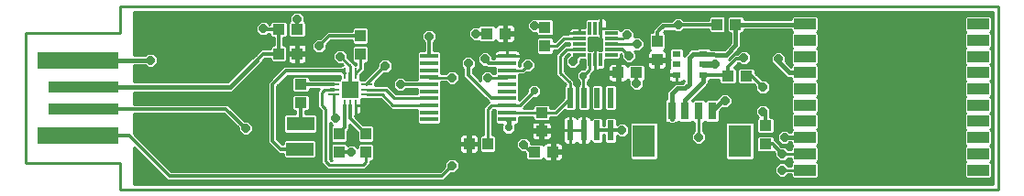
<source format=gtl>
G75*
%MOIN*%
%OFA0B0*%
%FSLAX25Y25*%
%IPPOS*%
%LPD*%
%AMOC8*
5,1,8,0,0,1.08239X$1,22.5*
%
%ADD10C,0.01000*%
%ADD11R,0.06600X0.01700*%
%ADD12R,0.04331X0.03937*%
%ADD13R,0.02362X0.07480*%
%ADD14R,0.03937X0.04331*%
%ADD15R,0.03150X0.02362*%
%ADD16R,0.05906X0.05906*%
%ADD17R,0.03937X0.01102*%
%ADD18R,0.01102X0.03937*%
%ADD19R,0.07874X0.03937*%
%ADD20R,0.03150X0.06299*%
%ADD21R,0.08268X0.11811*%
%ADD22R,0.29528X0.05906*%
%ADD23R,0.25591X0.03937*%
%ADD24R,0.04776X0.01201*%
%ADD25R,0.01201X0.04776*%
%ADD26R,0.10000X0.05000*%
%ADD27C,0.01200*%
%ADD28OC8,0.03169*%
%ADD29C,0.01600*%
%ADD30C,0.02400*%
%ADD31OC8,0.02775*%
D10*
X0035752Y0003355D02*
X0035752Y0013198D01*
X0001500Y0013198D01*
X0001500Y0060442D01*
X0035752Y0060442D01*
X0035752Y0070285D01*
X0355043Y0070285D01*
X0355043Y0003355D01*
X0035752Y0003355D01*
X0040870Y0005355D02*
X0040870Y0018865D01*
X0051965Y0007769D01*
X0052961Y0006774D01*
X0153385Y0006774D01*
X0156141Y0009529D01*
X0157533Y0009529D01*
X0159105Y0011102D01*
X0159105Y0013326D01*
X0157533Y0014898D01*
X0155309Y0014898D01*
X0153737Y0013326D01*
X0153737Y0011934D01*
X0151977Y0010174D01*
X0054370Y0010174D01*
X0040870Y0023673D01*
X0040870Y0031183D01*
X0073447Y0031183D01*
X0078737Y0026036D01*
X0078737Y0024685D01*
X0080309Y0023112D01*
X0082533Y0023112D01*
X0084105Y0024685D01*
X0084105Y0026908D01*
X0082533Y0028481D01*
X0081100Y0028481D01*
X0075332Y0034093D01*
X0074842Y0034583D01*
X0074828Y0034583D01*
X0074819Y0034592D01*
X0074126Y0034583D01*
X0040870Y0034583D01*
X0040870Y0038857D01*
X0076500Y0038857D01*
X0087455Y0049813D01*
X0087455Y0050095D01*
X0088621Y0051262D01*
X0090361Y0051262D01*
X0090361Y0050341D01*
X0091005Y0049696D01*
X0095853Y0049696D01*
X0096498Y0050341D01*
X0096498Y0055583D01*
X0095853Y0056227D01*
X0095197Y0056227D01*
X0095197Y0058771D01*
X0096118Y0058771D01*
X0096763Y0059415D01*
X0096763Y0064264D01*
X0096118Y0064908D01*
X0090876Y0064908D01*
X0090232Y0064264D01*
X0090232Y0063540D01*
X0090191Y0063540D01*
X0089029Y0064701D01*
X0086805Y0064701D01*
X0085233Y0063129D01*
X0085233Y0060905D01*
X0086805Y0059333D01*
X0089029Y0059333D01*
X0089836Y0060140D01*
X0090232Y0060140D01*
X0090232Y0059415D01*
X0090876Y0058771D01*
X0091797Y0058771D01*
X0091797Y0056227D01*
X0091005Y0056227D01*
X0090361Y0055583D01*
X0090361Y0054662D01*
X0087213Y0054662D01*
X0086217Y0053666D01*
X0085051Y0052500D01*
X0084768Y0052500D01*
X0074926Y0042657D01*
X0040870Y0042657D01*
X0040870Y0048700D01*
X0044879Y0048700D01*
X0045664Y0047915D01*
X0047887Y0047915D01*
X0049460Y0049488D01*
X0049460Y0051711D01*
X0047887Y0053284D01*
X0045664Y0053284D01*
X0044879Y0052500D01*
X0040870Y0052500D01*
X0040870Y0068285D01*
X0353043Y0068285D01*
X0353043Y0005355D01*
X0040870Y0005355D01*
X0040870Y0006351D02*
X0353043Y0006351D01*
X0353043Y0007349D02*
X0153961Y0007349D01*
X0154960Y0008348D02*
X0274995Y0008348D01*
X0275388Y0007955D02*
X0277612Y0007955D01*
X0278696Y0009039D01*
X0279698Y0009039D01*
X0279698Y0008204D01*
X0280342Y0007559D01*
X0289127Y0007559D01*
X0289772Y0008204D01*
X0289772Y0013052D01*
X0289243Y0013581D01*
X0289772Y0014109D01*
X0289772Y0018958D01*
X0289243Y0019486D01*
X0289772Y0020015D01*
X0289772Y0024863D01*
X0289243Y0025392D01*
X0289772Y0025920D01*
X0289772Y0030769D01*
X0289243Y0031297D01*
X0289772Y0031826D01*
X0289772Y0036674D01*
X0289243Y0037203D01*
X0289772Y0037731D01*
X0289772Y0042580D01*
X0289243Y0043108D01*
X0289772Y0043637D01*
X0289772Y0048485D01*
X0289243Y0049014D01*
X0289772Y0049542D01*
X0289772Y0054391D01*
X0289243Y0054919D01*
X0289772Y0055448D01*
X0289772Y0060296D01*
X0289243Y0060825D01*
X0289772Y0061353D01*
X0289772Y0066202D01*
X0289127Y0066846D01*
X0280342Y0066846D01*
X0279698Y0066202D01*
X0279698Y0065528D01*
X0262652Y0065528D01*
X0262652Y0066249D01*
X0262008Y0066893D01*
X0257159Y0066893D01*
X0256515Y0066249D01*
X0256515Y0061007D01*
X0257159Y0060363D01*
X0257683Y0060363D01*
X0257683Y0056879D01*
X0255475Y0054539D01*
X0250408Y0054624D01*
X0249986Y0055046D01*
X0245925Y0055046D01*
X0245544Y0054665D01*
X0243233Y0054665D01*
X0242120Y0053552D01*
X0240788Y0052220D01*
X0240788Y0054402D01*
X0240144Y0055046D01*
X0236083Y0055046D01*
X0235438Y0054402D01*
X0235438Y0051128D01*
X0235672Y0050895D01*
X0235438Y0050661D01*
X0235438Y0047487D01*
X0235338Y0047387D01*
X0235141Y0047045D01*
X0235038Y0046663D01*
X0235038Y0045375D01*
X0238023Y0045375D01*
X0238023Y0045194D01*
X0238204Y0045194D01*
X0238204Y0042603D01*
X0239886Y0042603D01*
X0240267Y0042706D01*
X0240609Y0042903D01*
X0240742Y0043036D01*
X0240742Y0042725D01*
X0240280Y0042263D01*
X0237524Y0042263D01*
X0235556Y0040295D01*
X0234443Y0039182D01*
X0234443Y0036389D01*
X0234280Y0036389D01*
X0233636Y0035745D01*
X0233636Y0028534D01*
X0234280Y0027890D01*
X0235242Y0027890D01*
X0235854Y0027358D01*
X0237424Y0027467D01*
X0237792Y0027890D01*
X0238341Y0027890D01*
X0238771Y0028320D01*
X0239201Y0027890D01*
X0243262Y0027890D01*
X0243692Y0028320D01*
X0244122Y0027890D01*
X0244585Y0027890D01*
X0244585Y0024843D01*
X0243501Y0023759D01*
X0243501Y0021535D01*
X0245073Y0019963D01*
X0247297Y0019963D01*
X0248869Y0021535D01*
X0248869Y0023759D01*
X0247785Y0024843D01*
X0247785Y0027890D01*
X0248183Y0027890D01*
X0248613Y0028320D01*
X0249044Y0027890D01*
X0253105Y0027890D01*
X0253749Y0028534D01*
X0253749Y0032127D01*
X0254773Y0033152D01*
X0256746Y0033152D01*
X0258318Y0034724D01*
X0258318Y0036948D01*
X0256746Y0038520D01*
X0254522Y0038520D01*
X0252950Y0036948D01*
X0252950Y0036702D01*
X0252637Y0036389D01*
X0249044Y0036389D01*
X0248613Y0035959D01*
X0248183Y0036389D01*
X0244122Y0036389D01*
X0243692Y0035959D01*
X0243686Y0035965D01*
X0249856Y0042134D01*
X0249856Y0043003D01*
X0249986Y0043003D01*
X0250567Y0043585D01*
X0253585Y0043585D01*
X0253585Y0042465D01*
X0254229Y0041821D01*
X0259471Y0041821D01*
X0260115Y0042465D01*
X0260115Y0047313D01*
X0259471Y0047958D01*
X0259136Y0047958D01*
X0260505Y0049327D01*
X0260788Y0049327D01*
X0261412Y0048703D01*
X0263635Y0048703D01*
X0265208Y0050275D01*
X0265208Y0052499D01*
X0263635Y0054071D01*
X0261412Y0054071D01*
X0260067Y0052727D01*
X0259097Y0052727D01*
X0257192Y0050822D01*
X0257634Y0051290D01*
X0258168Y0051806D01*
X0258169Y0051857D01*
X0260946Y0054800D01*
X0261483Y0055337D01*
X0261483Y0055369D01*
X0261505Y0055392D01*
X0261483Y0056152D01*
X0261483Y0060363D01*
X0262008Y0060363D01*
X0262652Y0061007D01*
X0262652Y0061728D01*
X0279698Y0061728D01*
X0279698Y0061353D01*
X0280226Y0060825D01*
X0279698Y0060296D01*
X0279698Y0055448D01*
X0280226Y0054919D01*
X0279698Y0054391D01*
X0279698Y0049542D01*
X0280226Y0049014D01*
X0279698Y0048485D01*
X0279698Y0048120D01*
X0277773Y0050045D01*
X0277806Y0050078D01*
X0277806Y0052302D01*
X0276234Y0053874D01*
X0274010Y0053874D01*
X0272438Y0052302D01*
X0272438Y0050078D01*
X0273222Y0049294D01*
X0273222Y0049222D01*
X0277159Y0045285D01*
X0278272Y0044172D01*
X0279698Y0044172D01*
X0279698Y0043637D01*
X0280226Y0043108D01*
X0279698Y0042580D01*
X0279698Y0037731D01*
X0280226Y0037203D01*
X0279698Y0036674D01*
X0279698Y0031826D01*
X0280226Y0031297D01*
X0279698Y0030769D01*
X0279698Y0025920D01*
X0280226Y0025392D01*
X0279698Y0024863D01*
X0279698Y0024462D01*
X0279265Y0024462D01*
X0278481Y0025246D01*
X0276257Y0025246D01*
X0274685Y0023674D01*
X0274685Y0021450D01*
X0276257Y0019877D01*
X0278481Y0019877D01*
X0279265Y0020662D01*
X0279698Y0020662D01*
X0279698Y0020015D01*
X0280226Y0019486D01*
X0279698Y0018958D01*
X0279698Y0018133D01*
X0278707Y0018133D01*
X0277612Y0019229D01*
X0276220Y0019229D01*
X0273762Y0021686D01*
X0273762Y0022488D01*
X0273118Y0023133D01*
X0267876Y0023133D01*
X0267231Y0022488D01*
X0267231Y0017640D01*
X0267876Y0016996D01*
X0273118Y0016996D01*
X0273381Y0017259D01*
X0273816Y0016825D01*
X0273816Y0015433D01*
X0275388Y0013860D01*
X0277612Y0013860D01*
X0278685Y0014933D01*
X0279698Y0014933D01*
X0279698Y0014109D01*
X0280226Y0013581D01*
X0279698Y0013052D01*
X0279698Y0012239D01*
X0278696Y0012239D01*
X0277612Y0013323D01*
X0275388Y0013323D01*
X0273816Y0011751D01*
X0273816Y0009527D01*
X0275388Y0007955D01*
X0278005Y0008348D02*
X0279698Y0008348D01*
X0273996Y0009347D02*
X0155958Y0009347D01*
X0158349Y0010345D02*
X0273816Y0010345D01*
X0273816Y0011344D02*
X0159105Y0011344D01*
X0159105Y0012342D02*
X0274407Y0012342D01*
X0278593Y0012342D02*
X0279698Y0012342D01*
X0279986Y0013341D02*
X0159091Y0013341D01*
X0158092Y0014339D02*
X0183726Y0014339D01*
X0183898Y0014167D02*
X0189140Y0014167D01*
X0189653Y0014680D01*
X0189846Y0014346D01*
X0190125Y0014067D01*
X0190467Y0013869D01*
X0190849Y0013767D01*
X0192727Y0013767D01*
X0192727Y0016751D01*
X0193696Y0016751D01*
X0193696Y0013767D01*
X0195574Y0013767D01*
X0195956Y0013869D01*
X0196298Y0014067D01*
X0196577Y0014346D01*
X0196775Y0014688D01*
X0196877Y0015070D01*
X0196877Y0016751D01*
X0193696Y0016751D01*
X0193696Y0017720D01*
X0192727Y0017720D01*
X0192727Y0020704D01*
X0190849Y0020704D01*
X0190467Y0020602D01*
X0190125Y0020404D01*
X0189846Y0020125D01*
X0189653Y0019791D01*
X0189140Y0020304D01*
X0185287Y0020304D01*
X0185287Y0021003D01*
X0183714Y0022575D01*
X0181491Y0022575D01*
X0179918Y0021003D01*
X0179918Y0018779D01*
X0181491Y0017207D01*
X0182882Y0017207D01*
X0183253Y0016836D01*
X0183253Y0014811D01*
X0183898Y0014167D01*
X0189312Y0014339D02*
X0189853Y0014339D01*
X0192727Y0014339D02*
X0193696Y0014339D01*
X0196570Y0014339D02*
X0221610Y0014339D01*
X0221642Y0014307D02*
X0230821Y0014307D01*
X0231465Y0014952D01*
X0231465Y0027674D01*
X0230821Y0028318D01*
X0233852Y0028318D01*
X0231465Y0027320D02*
X0244585Y0027320D01*
X0244585Y0026321D02*
X0231465Y0026321D01*
X0231465Y0025323D02*
X0244585Y0025323D01*
X0247785Y0025323D02*
X0255919Y0025323D01*
X0255919Y0026321D02*
X0247785Y0026321D01*
X0247785Y0027320D02*
X0255919Y0027320D01*
X0255919Y0027674D02*
X0255919Y0014952D01*
X0256563Y0014307D01*
X0265742Y0014307D01*
X0266387Y0014952D01*
X0266387Y0027674D01*
X0265742Y0028318D01*
X0256563Y0028318D01*
X0253533Y0028318D01*
X0255919Y0027674D02*
X0256563Y0028318D01*
X0253749Y0029317D02*
X0267367Y0029317D01*
X0267231Y0029181D02*
X0267231Y0024333D01*
X0267876Y0023689D01*
X0273118Y0023689D01*
X0273762Y0024333D01*
X0273762Y0029181D01*
X0273118Y0029826D01*
X0272197Y0029826D01*
X0272197Y0031519D01*
X0272098Y0031619D01*
X0272098Y0033011D01*
X0270525Y0034583D01*
X0268302Y0034583D01*
X0266729Y0033011D01*
X0266729Y0030787D01*
X0267783Y0029733D01*
X0267231Y0029181D01*
X0267201Y0030315D02*
X0253749Y0030315D01*
X0253749Y0031314D02*
X0266729Y0031314D01*
X0266729Y0032312D02*
X0253934Y0032312D01*
X0256905Y0033311D02*
X0267029Y0033311D01*
X0268028Y0034309D02*
X0257903Y0034309D01*
X0258318Y0035308D02*
X0279698Y0035308D01*
X0279698Y0036306D02*
X0258318Y0036306D01*
X0257961Y0037305D02*
X0280124Y0037305D01*
X0279698Y0038303D02*
X0270953Y0038303D01*
X0270722Y0038073D02*
X0272294Y0039645D01*
X0272294Y0041869D01*
X0270722Y0043441D01*
X0269330Y0043441D01*
X0266808Y0045963D01*
X0266808Y0047313D01*
X0266164Y0047958D01*
X0260922Y0047958D01*
X0260278Y0047313D01*
X0260278Y0042465D01*
X0260922Y0041821D01*
X0266142Y0041821D01*
X0266926Y0041037D01*
X0266926Y0039645D01*
X0268498Y0038073D01*
X0270722Y0038073D01*
X0268268Y0038303D02*
X0256962Y0038303D01*
X0254305Y0038303D02*
X0246025Y0038303D01*
X0247023Y0039302D02*
X0267269Y0039302D01*
X0266926Y0040300D02*
X0248022Y0040300D01*
X0249020Y0041299D02*
X0266664Y0041299D01*
X0271866Y0042297D02*
X0279698Y0042297D01*
X0280039Y0043296D02*
X0270867Y0043296D01*
X0268477Y0044294D02*
X0278150Y0044294D01*
X0277151Y0045293D02*
X0267478Y0045293D01*
X0266808Y0046291D02*
X0276153Y0046291D01*
X0275154Y0047290D02*
X0266808Y0047290D01*
X0260278Y0047290D02*
X0260115Y0047290D01*
X0260115Y0046291D02*
X0260278Y0046291D01*
X0260278Y0045293D02*
X0260115Y0045293D01*
X0260115Y0044294D02*
X0260278Y0044294D01*
X0260278Y0043296D02*
X0260115Y0043296D01*
X0259948Y0042297D02*
X0260445Y0042297D01*
X0253752Y0042297D02*
X0249856Y0042297D01*
X0250279Y0043296D02*
X0253585Y0043296D01*
X0240314Y0042297D02*
X0226231Y0042297D01*
X0226231Y0043067D02*
X0226813Y0043648D01*
X0226813Y0048496D01*
X0226168Y0049140D01*
X0220926Y0049140D01*
X0220413Y0048627D01*
X0220220Y0048962D01*
X0219941Y0049241D01*
X0219599Y0049438D01*
X0219217Y0049540D01*
X0217339Y0049540D01*
X0217339Y0046556D01*
X0216370Y0046556D01*
X0216370Y0045588D01*
X0213189Y0045588D01*
X0213189Y0043906D01*
X0213291Y0043524D01*
X0213489Y0043182D01*
X0213768Y0042903D01*
X0214110Y0042706D01*
X0214491Y0042603D01*
X0216370Y0042603D01*
X0216370Y0045588D01*
X0217339Y0045588D01*
X0217339Y0042603D01*
X0219217Y0042603D01*
X0219599Y0042706D01*
X0219941Y0042903D01*
X0220220Y0043182D01*
X0220413Y0043517D01*
X0220863Y0043067D01*
X0220863Y0041023D01*
X0222435Y0039451D01*
X0224659Y0039451D01*
X0226231Y0041023D01*
X0226231Y0043067D01*
X0226461Y0043296D02*
X0235273Y0043296D01*
X0235338Y0043182D02*
X0235617Y0042903D01*
X0235959Y0042706D01*
X0236341Y0042603D01*
X0238023Y0042603D01*
X0238023Y0045194D01*
X0235038Y0045194D01*
X0235038Y0043906D01*
X0235141Y0043524D01*
X0235338Y0043182D01*
X0235038Y0044294D02*
X0226813Y0044294D01*
X0226813Y0045293D02*
X0238023Y0045293D01*
X0235038Y0046291D02*
X0226813Y0046291D01*
X0226813Y0047290D02*
X0228318Y0047290D01*
X0228167Y0047377D02*
X0228509Y0047179D01*
X0228891Y0047077D01*
X0230572Y0047077D01*
X0230572Y0050258D01*
X0231541Y0050258D01*
X0231541Y0047077D01*
X0233223Y0047077D01*
X0233604Y0047179D01*
X0233946Y0047377D01*
X0234225Y0047656D01*
X0234423Y0047998D01*
X0234525Y0048380D01*
X0234525Y0050258D01*
X0231541Y0050258D01*
X0231541Y0051227D01*
X0234525Y0051227D01*
X0234525Y0053105D01*
X0234423Y0053487D01*
X0234225Y0053829D01*
X0233946Y0054108D01*
X0233612Y0054301D01*
X0234125Y0054815D01*
X0234125Y0060056D01*
X0233481Y0060701D01*
X0233353Y0060701D01*
X0233689Y0061036D01*
X0233910Y0061036D01*
X0234172Y0061298D01*
X0237005Y0061298D01*
X0237593Y0060711D01*
X0239817Y0060711D01*
X0240803Y0061697D01*
X0249822Y0061705D01*
X0249822Y0061007D01*
X0250466Y0060363D01*
X0255315Y0060363D01*
X0255959Y0061007D01*
X0255959Y0066249D01*
X0255315Y0066893D01*
X0250466Y0066893D01*
X0249822Y0066249D01*
X0249822Y0065105D01*
X0240799Y0065097D01*
X0239817Y0066079D01*
X0237593Y0066079D01*
X0236212Y0064698D01*
X0232543Y0064698D01*
X0231547Y0063703D01*
X0229357Y0061512D01*
X0229357Y0060701D01*
X0228632Y0060701D01*
X0227988Y0060056D01*
X0227988Y0054815D01*
X0228501Y0054301D01*
X0228167Y0054108D01*
X0227888Y0053829D01*
X0227690Y0053487D01*
X0227588Y0053105D01*
X0227588Y0051227D01*
X0230572Y0051227D01*
X0230572Y0050258D01*
X0227588Y0050258D01*
X0227588Y0048380D01*
X0227690Y0047998D01*
X0227888Y0047656D01*
X0228167Y0047377D01*
X0230572Y0047290D02*
X0231541Y0047290D01*
X0233795Y0047290D02*
X0235282Y0047290D01*
X0235438Y0048288D02*
X0234501Y0048288D01*
X0234525Y0049287D02*
X0235438Y0049287D01*
X0235438Y0050285D02*
X0231541Y0050285D01*
X0230572Y0050285D02*
X0222699Y0050285D01*
X0223476Y0051062D02*
X0221903Y0049490D01*
X0219679Y0049490D01*
X0218107Y0051062D01*
X0218107Y0052454D01*
X0217881Y0052680D01*
X0217881Y0051512D01*
X0217237Y0050868D01*
X0212255Y0050868D01*
X0212255Y0047855D01*
X0211611Y0047210D01*
X0210208Y0047210D01*
X0210108Y0047110D01*
X0209766Y0046912D01*
X0209384Y0046810D01*
X0208587Y0046810D01*
X0208587Y0050698D01*
X0208587Y0050698D01*
X0208587Y0054586D01*
X0209384Y0054586D01*
X0209766Y0054484D01*
X0210108Y0054286D01*
X0210208Y0054186D01*
X0210906Y0054186D01*
X0210906Y0058424D01*
X0210555Y0058424D01*
X0210555Y0062312D01*
X0210555Y0062312D01*
X0210555Y0058424D01*
X0209757Y0058424D01*
X0209376Y0058527D01*
X0209034Y0058724D01*
X0208933Y0058824D01*
X0206271Y0058824D01*
X0206267Y0058820D01*
X0206267Y0054186D01*
X0206965Y0054186D01*
X0207065Y0054286D01*
X0207407Y0054484D01*
X0207789Y0054586D01*
X0208587Y0054586D01*
X0208587Y0050698D01*
X0208587Y0050698D01*
X0208587Y0046810D01*
X0208218Y0046810D01*
X0208218Y0046590D01*
X0207281Y0045653D01*
X0207281Y0045653D01*
X0206743Y0045116D01*
X0206743Y0043861D01*
X0205856Y0042973D01*
X0205856Y0041763D01*
X0206005Y0041763D01*
X0206649Y0041119D01*
X0206649Y0032727D01*
X0206005Y0032083D01*
X0202732Y0032083D01*
X0202087Y0032727D01*
X0202087Y0041119D01*
X0202656Y0041687D01*
X0202656Y0042973D01*
X0201769Y0043861D01*
X0201769Y0045921D01*
X0203226Y0047378D01*
X0204481Y0047378D01*
X0204937Y0047835D01*
X0204918Y0047855D01*
X0204918Y0050868D01*
X0203385Y0050868D01*
X0203003Y0050486D01*
X0203003Y0049094D01*
X0201431Y0047522D01*
X0199207Y0047522D01*
X0197635Y0049094D01*
X0197635Y0051318D01*
X0199207Y0052890D01*
X0199292Y0052890D01*
X0199292Y0052937D01*
X0198816Y0052937D01*
X0197391Y0051512D01*
X0197391Y0046538D01*
X0199997Y0043932D01*
X0200935Y0042995D01*
X0200935Y0041763D01*
X0201084Y0041763D01*
X0201728Y0041119D01*
X0201728Y0032727D01*
X0201084Y0032083D01*
X0197810Y0032083D01*
X0197340Y0032553D01*
X0195684Y0030897D01*
X0194747Y0029960D01*
X0192299Y0029960D01*
X0192299Y0029112D01*
X0191654Y0028468D01*
X0186412Y0028468D01*
X0185768Y0029112D01*
X0185768Y0029937D01*
X0180927Y0029937D01*
X0180927Y0027755D01*
X0180282Y0027110D01*
X0179491Y0027110D01*
X0179578Y0027024D01*
X0179578Y0024963D01*
X0178121Y0023506D01*
X0176060Y0023506D01*
X0174603Y0024963D01*
X0174603Y0027024D01*
X0174690Y0027110D01*
X0172771Y0027110D01*
X0172127Y0027755D01*
X0172127Y0032464D01*
X0171454Y0032464D01*
X0171010Y0032020D01*
X0171010Y0023416D01*
X0171834Y0023416D01*
X0172478Y0022771D01*
X0172478Y0017529D01*
X0171834Y0016885D01*
X0166985Y0016885D01*
X0166341Y0017529D01*
X0166341Y0022771D01*
X0166985Y0023416D01*
X0167810Y0023416D01*
X0167810Y0033345D01*
X0169191Y0034727D01*
X0169836Y0035371D01*
X0169151Y0036056D01*
X0160627Y0044580D01*
X0160627Y0047322D01*
X0159643Y0048307D01*
X0159643Y0050530D01*
X0161215Y0052103D01*
X0163439Y0052103D01*
X0165011Y0050530D01*
X0165011Y0048307D01*
X0164027Y0047322D01*
X0164027Y0045989D01*
X0166729Y0043286D01*
X0166729Y0045412D01*
X0168302Y0046985D01*
X0170525Y0046985D01*
X0171609Y0045900D01*
X0172127Y0045900D01*
X0172127Y0047860D01*
X0169158Y0047860D01*
X0168709Y0048309D01*
X0167317Y0048309D01*
X0165745Y0049881D01*
X0165745Y0052105D01*
X0167317Y0053677D01*
X0169541Y0053677D01*
X0171113Y0052105D01*
X0171113Y0051260D01*
X0171727Y0051260D01*
X0171727Y0052060D01*
X0176527Y0052060D01*
X0176527Y0052060D01*
X0181327Y0052060D01*
X0181327Y0051013D01*
X0181225Y0050631D01*
X0181027Y0050289D01*
X0180927Y0050189D01*
X0180927Y0048560D01*
X0181296Y0048560D01*
X0181296Y0049940D01*
X0182868Y0051512D01*
X0185092Y0051512D01*
X0186665Y0049940D01*
X0186665Y0047716D01*
X0185092Y0046144D01*
X0183559Y0046144D01*
X0182775Y0045360D01*
X0180927Y0045360D01*
X0180927Y0036226D01*
X0183855Y0039154D01*
X0183855Y0040409D01*
X0185312Y0041866D01*
X0187373Y0041866D01*
X0188830Y0040409D01*
X0188830Y0038349D01*
X0187373Y0036892D01*
X0186118Y0036892D01*
X0182363Y0033137D01*
X0185768Y0033137D01*
X0185768Y0033961D01*
X0186412Y0034605D01*
X0191654Y0034605D01*
X0192299Y0033961D01*
X0192299Y0033160D01*
X0193422Y0033160D01*
X0197166Y0036905D01*
X0197166Y0041119D01*
X0197725Y0041678D01*
X0194191Y0045212D01*
X0194191Y0052837D01*
X0195129Y0053774D01*
X0197491Y0056137D01*
X0199292Y0056137D01*
X0199292Y0056874D01*
X0197832Y0056874D01*
X0196210Y0055252D01*
X0195273Y0054315D01*
X0193348Y0054315D01*
X0193348Y0053294D01*
X0192704Y0052649D01*
X0187855Y0052649D01*
X0187211Y0053294D01*
X0187211Y0058535D01*
X0187855Y0059180D01*
X0192704Y0059180D01*
X0193348Y0058535D01*
X0193348Y0057514D01*
X0193947Y0057514D01*
X0196507Y0060074D01*
X0198892Y0060074D01*
X0198892Y0060442D01*
X0202779Y0060442D01*
X0202779Y0060442D01*
X0198892Y0060442D01*
X0198892Y0061240D01*
X0198994Y0061621D01*
X0199191Y0061963D01*
X0199471Y0062243D01*
X0199813Y0062440D01*
X0200194Y0062542D01*
X0202779Y0062542D01*
X0202779Y0060442D01*
X0202780Y0060442D01*
X0202780Y0062542D01*
X0204918Y0062542D01*
X0204918Y0065156D01*
X0205562Y0065800D01*
X0208933Y0065800D01*
X0209034Y0065900D01*
X0209376Y0066098D01*
X0209757Y0066200D01*
X0210555Y0066200D01*
X0210555Y0062312D01*
X0210555Y0062312D01*
X0212655Y0062312D01*
X0212655Y0062142D01*
X0217237Y0062142D01*
X0217868Y0061512D01*
X0218892Y0062536D01*
X0221116Y0062536D01*
X0222688Y0060963D01*
X0222688Y0059189D01*
X0224856Y0059189D01*
X0226428Y0057617D01*
X0226428Y0055393D01*
X0224856Y0053821D01*
X0222941Y0053821D01*
X0223476Y0053286D01*
X0223476Y0051062D01*
X0223476Y0051284D02*
X0227588Y0051284D01*
X0227588Y0052283D02*
X0223476Y0052283D01*
X0223476Y0053281D02*
X0227635Y0053281D01*
X0228464Y0054280D02*
X0225315Y0054280D01*
X0226313Y0055278D02*
X0227988Y0055278D01*
X0227988Y0056277D02*
X0226428Y0056277D01*
X0226428Y0057275D02*
X0227988Y0057275D01*
X0223744Y0056505D02*
X0214394Y0056505D01*
X0210906Y0056277D02*
X0206267Y0056277D01*
X0206267Y0057275D02*
X0210906Y0057275D01*
X0210906Y0058274D02*
X0206267Y0058274D01*
X0202780Y0058474D02*
X0197169Y0058474D01*
X0194610Y0055915D01*
X0190280Y0055915D01*
X0187211Y0056277D02*
X0149827Y0056277D01*
X0149827Y0057138D02*
X0150838Y0058149D01*
X0150838Y0060373D01*
X0149265Y0061945D01*
X0147042Y0061945D01*
X0145469Y0060373D01*
X0145469Y0058149D01*
X0146427Y0057192D01*
X0146427Y0054010D01*
X0144371Y0054010D01*
X0143727Y0053366D01*
X0143727Y0043638D01*
X0139817Y0043638D01*
X0138832Y0044622D01*
X0136609Y0044622D01*
X0135036Y0043050D01*
X0135036Y0040826D01*
X0136609Y0039254D01*
X0138832Y0039254D01*
X0139817Y0040238D01*
X0143727Y0040238D01*
X0143727Y0038420D01*
X0136218Y0038420D01*
X0133062Y0041576D01*
X0128398Y0041576D01*
X0128398Y0042609D01*
X0131736Y0045947D01*
X0133321Y0045947D01*
X0134893Y0047519D01*
X0134893Y0049743D01*
X0133321Y0051315D01*
X0131097Y0051315D01*
X0129524Y0049743D01*
X0129524Y0048543D01*
X0124577Y0043596D01*
X0123266Y0043596D01*
X0123044Y0043817D01*
X0123044Y0045270D01*
X0124809Y0047034D01*
X0124809Y0049485D01*
X0125633Y0049485D01*
X0126277Y0050130D01*
X0126277Y0055372D01*
X0125633Y0056016D01*
X0120785Y0056016D01*
X0120140Y0055372D01*
X0120140Y0050130D01*
X0120785Y0049485D01*
X0121609Y0049485D01*
X0121609Y0048950D01*
X0121024Y0048950D01*
X0121024Y0049091D01*
X0120087Y0050028D01*
X0118600Y0051515D01*
X0118600Y0053048D01*
X0117028Y0054621D01*
X0114804Y0054621D01*
X0113232Y0053048D01*
X0113232Y0050825D01*
X0114804Y0049252D01*
X0116337Y0049252D01*
X0116640Y0048950D01*
X0116449Y0048950D01*
X0115862Y0048363D01*
X0095284Y0048363D01*
X0090560Y0043638D01*
X0089564Y0042642D01*
X0089564Y0020368D01*
X0092320Y0017612D01*
X0093316Y0016616D01*
X0095006Y0016616D01*
X0095006Y0015360D01*
X0095651Y0014716D01*
X0106562Y0014716D01*
X0107206Y0015360D01*
X0107206Y0021272D01*
X0106562Y0021916D01*
X0095651Y0021916D01*
X0095006Y0021272D01*
X0095006Y0020016D01*
X0094724Y0020016D01*
X0092964Y0021776D01*
X0092964Y0041234D01*
X0096692Y0044963D01*
X0115805Y0044963D01*
X0115805Y0043817D01*
X0115583Y0043596D01*
X0114272Y0043596D01*
X0114223Y0043644D01*
X0112815Y0043644D01*
X0112766Y0043596D01*
X0111095Y0043596D01*
X0110985Y0043485D01*
X0104635Y0043485D01*
X0104635Y0044210D01*
X0103990Y0044854D01*
X0098748Y0044854D01*
X0098104Y0044210D01*
X0098104Y0039361D01*
X0098748Y0038717D01*
X0103990Y0038717D01*
X0104635Y0039361D01*
X0104635Y0040085D01*
X0108014Y0040085D01*
X0107577Y0039648D01*
X0107577Y0033598D01*
X0108514Y0032661D01*
X0108955Y0032220D01*
X0108955Y0013126D01*
X0109892Y0012189D01*
X0111270Y0010811D01*
X0124801Y0010811D01*
X0125738Y0011748D01*
X0126687Y0012697D01*
X0126687Y0013818D01*
X0127512Y0013818D01*
X0128156Y0014462D01*
X0128156Y0019704D01*
X0127512Y0020348D01*
X0122663Y0020348D01*
X0122019Y0019704D01*
X0122019Y0018858D01*
X0121018Y0019859D01*
X0118794Y0019859D01*
X0118452Y0019516D01*
X0118452Y0019753D01*
X0117808Y0020397D01*
X0112959Y0020397D01*
X0112315Y0019753D01*
X0112315Y0014511D01*
X0112815Y0014011D01*
X0112596Y0014011D01*
X0112155Y0014451D01*
X0112155Y0027742D01*
X0112883Y0027014D01*
X0112315Y0026446D01*
X0112315Y0021204D01*
X0112959Y0020559D01*
X0117808Y0020559D01*
X0118452Y0021204D01*
X0118452Y0024878D01*
X0119156Y0025582D01*
X0119156Y0027303D01*
X0122019Y0024440D01*
X0122019Y0021155D01*
X0122663Y0020511D01*
X0127512Y0020511D01*
X0128156Y0021155D01*
X0128156Y0026397D01*
X0127512Y0027041D01*
X0124226Y0027041D01*
X0121124Y0030143D01*
X0121124Y0030602D01*
X0121393Y0030602D01*
X0122142Y0030602D01*
X0122523Y0030704D01*
X0122865Y0030902D01*
X0123144Y0031181D01*
X0123342Y0031523D01*
X0123444Y0031904D01*
X0123444Y0034070D01*
X0121393Y0034070D01*
X0121393Y0030602D01*
X0121393Y0034070D01*
X0121393Y0034070D01*
X0121393Y0034070D01*
X0123444Y0034070D01*
X0123444Y0036236D01*
X0123412Y0036356D01*
X0127754Y0036356D01*
X0127805Y0036407D01*
X0130359Y0036407D01*
X0133365Y0033401D01*
X0134302Y0032464D01*
X0143727Y0032464D01*
X0143727Y0027755D01*
X0144371Y0027110D01*
X0151882Y0027110D01*
X0152527Y0027755D01*
X0152527Y0042700D01*
X0154225Y0042700D01*
X0155309Y0041616D01*
X0157533Y0041616D01*
X0159105Y0043188D01*
X0159105Y0045412D01*
X0157533Y0046985D01*
X0155309Y0046985D01*
X0154225Y0045900D01*
X0152527Y0045900D01*
X0152527Y0053366D01*
X0151882Y0054010D01*
X0149827Y0054010D01*
X0149827Y0057138D01*
X0149964Y0057275D02*
X0166441Y0057275D01*
X0166496Y0057220D02*
X0171738Y0057220D01*
X0172251Y0057733D01*
X0172444Y0057399D01*
X0172724Y0057120D01*
X0173066Y0056922D01*
X0173447Y0056820D01*
X0175326Y0056820D01*
X0175326Y0059804D01*
X0176294Y0059804D01*
X0176294Y0056820D01*
X0178173Y0056820D01*
X0178554Y0056922D01*
X0178896Y0057120D01*
X0179176Y0057399D01*
X0179373Y0057741D01*
X0179475Y0058123D01*
X0179475Y0059804D01*
X0176294Y0059804D01*
X0176294Y0060773D01*
X0175326Y0060773D01*
X0175326Y0063757D01*
X0173447Y0063757D01*
X0173066Y0063655D01*
X0172724Y0063457D01*
X0172444Y0063178D01*
X0172251Y0062844D01*
X0171738Y0063357D01*
X0166496Y0063357D01*
X0166069Y0062929D01*
X0163971Y0062929D01*
X0162398Y0061357D01*
X0162398Y0059133D01*
X0163971Y0057561D01*
X0166155Y0057561D01*
X0166496Y0057220D01*
X0163258Y0058274D02*
X0150838Y0058274D01*
X0150838Y0059272D02*
X0162398Y0059272D01*
X0162398Y0060271D02*
X0150838Y0060271D01*
X0149941Y0061269D02*
X0162398Y0061269D01*
X0163309Y0062268D02*
X0126074Y0062268D01*
X0126277Y0062065D02*
X0125633Y0062709D01*
X0120785Y0062709D01*
X0120140Y0062065D01*
X0120140Y0061144D01*
X0111109Y0061144D01*
X0108412Y0058446D01*
X0107020Y0058446D01*
X0105447Y0056874D01*
X0105447Y0054650D01*
X0107020Y0053077D01*
X0109243Y0053077D01*
X0110816Y0054650D01*
X0110816Y0056042D01*
X0112518Y0057744D01*
X0120140Y0057744D01*
X0120140Y0056823D01*
X0120785Y0056178D01*
X0125633Y0056178D01*
X0126277Y0056823D01*
X0126277Y0062065D01*
X0126277Y0061269D02*
X0146366Y0061269D01*
X0145469Y0060271D02*
X0126277Y0060271D01*
X0126277Y0059272D02*
X0145469Y0059272D01*
X0145469Y0058274D02*
X0126277Y0058274D01*
X0126277Y0057275D02*
X0146343Y0057275D01*
X0146427Y0056277D02*
X0125731Y0056277D01*
X0126277Y0055278D02*
X0146427Y0055278D01*
X0149827Y0055278D02*
X0187211Y0055278D01*
X0187211Y0054280D02*
X0180455Y0054280D01*
X0180406Y0054308D02*
X0180024Y0054410D01*
X0176527Y0054410D01*
X0176527Y0052060D01*
X0181327Y0052060D01*
X0181327Y0053108D01*
X0181225Y0053489D01*
X0181027Y0053831D01*
X0180748Y0054110D01*
X0180406Y0054308D01*
X0181280Y0053281D02*
X0187224Y0053281D01*
X0181327Y0052283D02*
X0194191Y0052283D01*
X0194635Y0053281D02*
X0193336Y0053281D01*
X0193348Y0054280D02*
X0195634Y0054280D01*
X0195791Y0052174D02*
X0198154Y0054537D01*
X0202780Y0054537D01*
X0206267Y0054280D02*
X0207059Y0054280D01*
X0208587Y0054280D02*
X0208587Y0054280D01*
X0208587Y0053281D02*
X0208587Y0053281D01*
X0208587Y0052283D02*
X0208587Y0052283D01*
X0208587Y0051284D02*
X0208587Y0051284D01*
X0208587Y0050285D02*
X0208587Y0050285D01*
X0208587Y0049287D02*
X0208587Y0049287D01*
X0208587Y0048288D02*
X0208587Y0048288D01*
X0212255Y0048288D02*
X0213203Y0048288D01*
X0213189Y0048238D02*
X0213291Y0048619D01*
X0213489Y0048962D01*
X0213768Y0049241D01*
X0214110Y0049438D01*
X0214491Y0049540D01*
X0216370Y0049540D01*
X0216370Y0046556D01*
X0213189Y0046556D01*
X0213189Y0048238D01*
X0213189Y0047290D02*
X0211691Y0047290D01*
X0208587Y0047290D02*
X0208587Y0047290D01*
X0207919Y0046291D02*
X0216370Y0046291D01*
X0216370Y0045293D02*
X0217339Y0045293D01*
X0213189Y0045293D02*
X0206921Y0045293D01*
X0206618Y0047253D02*
X0204256Y0044891D01*
X0204256Y0036923D01*
X0204368Y0036923D01*
X0202087Y0037305D02*
X0201728Y0037305D01*
X0201728Y0036306D02*
X0202087Y0036306D01*
X0202087Y0035308D02*
X0201728Y0035308D01*
X0206649Y0035308D02*
X0207008Y0035308D01*
X0207008Y0036306D02*
X0206649Y0036306D01*
X0206649Y0037305D02*
X0207008Y0037305D01*
X0207008Y0038303D02*
X0206649Y0038303D01*
X0206649Y0039302D02*
X0207008Y0039302D01*
X0207008Y0040300D02*
X0206649Y0040300D01*
X0207008Y0041119D02*
X0207008Y0032727D01*
X0207653Y0032083D01*
X0210926Y0032083D01*
X0211571Y0032727D01*
X0211571Y0041119D01*
X0210926Y0041763D01*
X0207653Y0041763D01*
X0207008Y0041119D01*
X0207189Y0041299D02*
X0206469Y0041299D01*
X0202267Y0041299D02*
X0201548Y0041299D01*
X0201728Y0040300D02*
X0202087Y0040300D01*
X0202087Y0039302D02*
X0201728Y0039302D01*
X0201728Y0038303D02*
X0202087Y0038303D01*
X0197166Y0038303D02*
X0188784Y0038303D01*
X0188830Y0039302D02*
X0197166Y0039302D01*
X0197166Y0040300D02*
X0188830Y0040300D01*
X0187940Y0041299D02*
X0197346Y0041299D01*
X0197106Y0042297D02*
X0180927Y0042297D01*
X0180927Y0043296D02*
X0196108Y0043296D01*
X0195109Y0044294D02*
X0180927Y0044294D01*
X0176527Y0044360D02*
X0176467Y0044300D01*
X0169413Y0044300D01*
X0166729Y0044294D02*
X0165721Y0044294D01*
X0166720Y0043296D02*
X0166729Y0043296D01*
X0162910Y0042297D02*
X0158214Y0042297D01*
X0159105Y0043296D02*
X0161911Y0043296D01*
X0160913Y0044294D02*
X0159105Y0044294D01*
X0156421Y0044300D02*
X0148187Y0044300D01*
X0148127Y0044360D01*
X0143727Y0044294D02*
X0139160Y0044294D01*
X0136281Y0044294D02*
X0130084Y0044294D01*
X0129086Y0043296D02*
X0135282Y0043296D01*
X0135036Y0042297D02*
X0128398Y0042297D01*
X0125276Y0044294D02*
X0123044Y0044294D01*
X0123067Y0045293D02*
X0126274Y0045293D01*
X0127273Y0046291D02*
X0124066Y0046291D01*
X0124809Y0047290D02*
X0128271Y0047290D01*
X0123209Y0047697D02*
X0121393Y0045881D01*
X0119424Y0045881D02*
X0119424Y0048428D01*
X0115916Y0051937D01*
X0118600Y0052283D02*
X0120140Y0052283D01*
X0120140Y0053281D02*
X0118367Y0053281D01*
X0117369Y0054280D02*
X0120140Y0054280D01*
X0114463Y0054280D02*
X0110445Y0054280D01*
X0109447Y0053281D02*
X0113464Y0053281D01*
X0113232Y0052283D02*
X0103591Y0052283D01*
X0103591Y0052477D02*
X0100606Y0052477D01*
X0100606Y0049296D01*
X0102288Y0049296D01*
X0102670Y0049399D01*
X0103012Y0049596D01*
X0103291Y0049875D01*
X0103488Y0050217D01*
X0103591Y0050599D01*
X0103591Y0052477D01*
X0103591Y0053446D02*
X0103591Y0055325D01*
X0103488Y0055706D01*
X0103291Y0056048D01*
X0103012Y0056327D01*
X0102670Y0056525D01*
X0102288Y0056627D01*
X0100606Y0056627D01*
X0100606Y0053446D01*
X0099638Y0053446D01*
X0099638Y0056627D01*
X0097956Y0056627D01*
X0097575Y0056525D01*
X0097233Y0056327D01*
X0096953Y0056048D01*
X0096756Y0055706D01*
X0096654Y0055325D01*
X0096654Y0053446D01*
X0099638Y0053446D01*
X0099638Y0052477D01*
X0100606Y0052477D01*
X0100606Y0053446D01*
X0103591Y0053446D01*
X0103591Y0054280D02*
X0105818Y0054280D01*
X0106816Y0053281D02*
X0100606Y0053281D01*
X0099638Y0053281D02*
X0096498Y0053281D01*
X0096654Y0052477D02*
X0096654Y0050599D01*
X0096756Y0050217D01*
X0096953Y0049875D01*
X0097233Y0049596D01*
X0097575Y0049399D01*
X0097956Y0049296D01*
X0099638Y0049296D01*
X0099638Y0052477D01*
X0096654Y0052477D01*
X0096654Y0052283D02*
X0096498Y0052283D01*
X0099638Y0052283D02*
X0100606Y0052283D01*
X0100606Y0051284D02*
X0099638Y0051284D01*
X0099638Y0050285D02*
X0100606Y0050285D01*
X0103507Y0050285D02*
X0113771Y0050285D01*
X0113232Y0051284D02*
X0103591Y0051284D01*
X0096738Y0050285D02*
X0096442Y0050285D01*
X0096498Y0051284D02*
X0096654Y0051284D01*
X0090416Y0050285D02*
X0087645Y0050285D01*
X0086930Y0049287D02*
X0114769Y0049287D01*
X0119830Y0050285D02*
X0120140Y0050285D01*
X0120140Y0051284D02*
X0118831Y0051284D01*
X0120828Y0049287D02*
X0121609Y0049287D01*
X0124809Y0049287D02*
X0129524Y0049287D01*
X0129270Y0048288D02*
X0124809Y0048288D01*
X0123209Y0047697D02*
X0123209Y0052751D01*
X0126277Y0052283D02*
X0143727Y0052283D01*
X0143727Y0053281D02*
X0126277Y0053281D01*
X0126277Y0054280D02*
X0146427Y0054280D01*
X0149827Y0054280D02*
X0172599Y0054280D01*
X0172648Y0054308D02*
X0172306Y0054110D01*
X0172026Y0053831D01*
X0171829Y0053489D01*
X0171727Y0053108D01*
X0171727Y0052060D01*
X0176527Y0052060D01*
X0176527Y0052060D01*
X0176527Y0052060D01*
X0176527Y0054410D01*
X0173029Y0054410D01*
X0172648Y0054308D01*
X0171773Y0053281D02*
X0169937Y0053281D01*
X0170936Y0052283D02*
X0171727Y0052283D01*
X0176527Y0052283D02*
X0176527Y0052283D01*
X0176527Y0053281D02*
X0176527Y0053281D01*
X0176527Y0054280D02*
X0176527Y0054280D01*
X0166921Y0053281D02*
X0152527Y0053281D01*
X0152527Y0052283D02*
X0165922Y0052283D01*
X0165745Y0051284D02*
X0164257Y0051284D01*
X0165011Y0050285D02*
X0165745Y0050285D01*
X0166339Y0049287D02*
X0165011Y0049287D01*
X0164993Y0048288D02*
X0168730Y0048288D01*
X0172127Y0047290D02*
X0164027Y0047290D01*
X0164027Y0046291D02*
X0167608Y0046291D01*
X0166729Y0045293D02*
X0164723Y0045293D01*
X0171218Y0046291D02*
X0172127Y0046291D01*
X0176527Y0046960D02*
X0182113Y0046960D01*
X0183980Y0048828D01*
X0181296Y0049287D02*
X0180927Y0049287D01*
X0181023Y0050285D02*
X0181642Y0050285D01*
X0181327Y0051284D02*
X0182640Y0051284D01*
X0185320Y0051284D02*
X0194191Y0051284D01*
X0194191Y0050285D02*
X0186319Y0050285D01*
X0186665Y0049287D02*
X0194191Y0049287D01*
X0194191Y0048288D02*
X0186665Y0048288D01*
X0186238Y0047290D02*
X0194191Y0047290D01*
X0194191Y0046291D02*
X0185240Y0046291D01*
X0180927Y0045293D02*
X0194191Y0045293D01*
X0195791Y0045875D02*
X0199335Y0042332D01*
X0199335Y0037035D01*
X0199447Y0036923D01*
X0194084Y0031560D01*
X0189057Y0031560D01*
X0189033Y0031537D01*
X0176550Y0031537D01*
X0176527Y0031560D01*
X0172127Y0031314D02*
X0171010Y0031314D01*
X0171010Y0030315D02*
X0172127Y0030315D01*
X0172127Y0029317D02*
X0171010Y0029317D01*
X0167810Y0029317D02*
X0152527Y0029317D01*
X0152527Y0030315D02*
X0167810Y0030315D01*
X0167810Y0031314D02*
X0152527Y0031314D01*
X0152527Y0032312D02*
X0167810Y0032312D01*
X0167810Y0033311D02*
X0152527Y0033311D01*
X0152527Y0034309D02*
X0168774Y0034309D01*
X0169410Y0032682D02*
X0170791Y0034064D01*
X0176431Y0034064D01*
X0176527Y0034160D01*
X0176623Y0034064D02*
X0181028Y0034064D01*
X0186343Y0039379D01*
X0183855Y0039302D02*
X0180927Y0039302D01*
X0180927Y0040300D02*
X0183855Y0040300D01*
X0184745Y0041299D02*
X0180927Y0041299D01*
X0180927Y0038303D02*
X0183004Y0038303D01*
X0182006Y0037305D02*
X0180927Y0037305D01*
X0180927Y0036306D02*
X0181007Y0036306D01*
X0184534Y0035308D02*
X0195569Y0035308D01*
X0196568Y0036306D02*
X0185532Y0036306D01*
X0187786Y0037305D02*
X0197166Y0037305D01*
X0194571Y0034309D02*
X0191950Y0034309D01*
X0192299Y0033311D02*
X0193572Y0033311D01*
X0197099Y0032312D02*
X0197581Y0032312D01*
X0201313Y0032312D02*
X0202502Y0032312D01*
X0202087Y0033311D02*
X0201728Y0033311D01*
X0201728Y0034309D02*
X0202087Y0034309D01*
X0206649Y0034309D02*
X0207008Y0034309D01*
X0207008Y0033311D02*
X0206649Y0033311D01*
X0206235Y0032312D02*
X0207423Y0032312D01*
X0211156Y0032312D02*
X0212345Y0032312D01*
X0212574Y0032083D02*
X0211930Y0032727D01*
X0211930Y0041119D01*
X0212574Y0041763D01*
X0215848Y0041763D01*
X0216492Y0041119D01*
X0216492Y0032727D01*
X0215848Y0032083D01*
X0212574Y0032083D01*
X0216077Y0032312D02*
X0233636Y0032312D01*
X0233636Y0033311D02*
X0216492Y0033311D01*
X0216492Y0034309D02*
X0233636Y0034309D01*
X0233636Y0035308D02*
X0216492Y0035308D01*
X0216492Y0036306D02*
X0234197Y0036306D01*
X0234443Y0037305D02*
X0216492Y0037305D01*
X0211930Y0037305D02*
X0211571Y0037305D01*
X0211571Y0036306D02*
X0211930Y0036306D01*
X0211930Y0035308D02*
X0211571Y0035308D01*
X0211571Y0034309D02*
X0211930Y0034309D01*
X0211930Y0033311D02*
X0211571Y0033311D01*
X0210926Y0029952D02*
X0207653Y0029952D01*
X0207008Y0029308D01*
X0207008Y0029202D01*
X0206947Y0029431D01*
X0206750Y0029773D01*
X0206470Y0030052D01*
X0206128Y0030250D01*
X0205747Y0030352D01*
X0204459Y0030352D01*
X0204459Y0025203D01*
X0204278Y0025203D01*
X0204278Y0030352D01*
X0202990Y0030352D01*
X0202608Y0030250D01*
X0202266Y0030052D01*
X0201987Y0029773D01*
X0201908Y0029636D01*
X0201828Y0029773D01*
X0201549Y0030052D01*
X0201207Y0030250D01*
X0200826Y0030352D01*
X0199538Y0030352D01*
X0199538Y0025203D01*
X0199356Y0025203D01*
X0199356Y0030352D01*
X0198068Y0030352D01*
X0197687Y0030250D01*
X0197345Y0030052D01*
X0197066Y0029773D01*
X0196868Y0029431D01*
X0196766Y0029050D01*
X0196766Y0025202D01*
X0199356Y0025202D01*
X0199356Y0025021D01*
X0196766Y0025021D01*
X0196766Y0021174D01*
X0196868Y0020793D01*
X0197066Y0020451D01*
X0197345Y0020171D01*
X0197687Y0019974D01*
X0198068Y0019872D01*
X0199356Y0019872D01*
X0199356Y0025021D01*
X0199538Y0025021D01*
X0199538Y0025202D01*
X0204278Y0025202D01*
X0204278Y0025021D01*
X0204459Y0025021D01*
X0204459Y0019872D01*
X0205747Y0019872D01*
X0206128Y0019974D01*
X0206470Y0020171D01*
X0206750Y0020451D01*
X0206947Y0020793D01*
X0207008Y0021022D01*
X0207008Y0020916D01*
X0207653Y0020272D01*
X0210926Y0020272D01*
X0211571Y0020916D01*
X0211571Y0023412D01*
X0211930Y0023412D01*
X0211930Y0020916D01*
X0212574Y0020272D01*
X0215848Y0020272D01*
X0216492Y0020916D01*
X0216492Y0023150D01*
X0217120Y0022522D01*
X0219344Y0022522D01*
X0220917Y0024094D01*
X0220917Y0026318D01*
X0219344Y0027890D01*
X0217120Y0027890D01*
X0216492Y0027262D01*
X0216492Y0029308D01*
X0215848Y0029952D01*
X0212574Y0029952D01*
X0211930Y0029308D01*
X0211930Y0026812D01*
X0211571Y0026812D01*
X0211571Y0029308D01*
X0210926Y0029952D01*
X0211562Y0029317D02*
X0211939Y0029317D01*
X0216483Y0029317D02*
X0233636Y0029317D01*
X0233636Y0030315D02*
X0205884Y0030315D01*
X0204459Y0030315D02*
X0204278Y0030315D01*
X0204278Y0029317D02*
X0204459Y0029317D01*
X0202852Y0030315D02*
X0200963Y0030315D01*
X0199538Y0030315D02*
X0199356Y0030315D01*
X0199356Y0029317D02*
X0199538Y0029317D01*
X0197931Y0030315D02*
X0195102Y0030315D01*
X0196101Y0031314D02*
X0233636Y0031314D01*
X0246153Y0032140D02*
X0246185Y0032107D01*
X0246185Y0022647D01*
X0243501Y0022327D02*
X0231465Y0022327D01*
X0231465Y0023326D02*
X0243501Y0023326D01*
X0244066Y0024324D02*
X0231465Y0024324D01*
X0220998Y0024324D02*
X0220917Y0024324D01*
X0220998Y0023326D02*
X0220148Y0023326D01*
X0220998Y0022327D02*
X0216492Y0022327D01*
X0211930Y0022327D02*
X0211571Y0022327D01*
X0211571Y0023326D02*
X0211930Y0023326D01*
X0204459Y0023326D02*
X0204278Y0023326D01*
X0204278Y0024324D02*
X0204459Y0024324D01*
X0204278Y0025021D02*
X0204278Y0019872D01*
X0202990Y0019872D01*
X0202608Y0019974D01*
X0202266Y0020171D01*
X0201987Y0020451D01*
X0201908Y0020588D01*
X0201828Y0020451D01*
X0201549Y0020171D01*
X0201207Y0019974D01*
X0200826Y0019872D01*
X0199538Y0019872D01*
X0199538Y0025021D01*
X0201687Y0025021D01*
X0204278Y0025021D01*
X0204278Y0025323D02*
X0204459Y0025323D01*
X0204459Y0026321D02*
X0204278Y0026321D01*
X0204278Y0027320D02*
X0204459Y0027320D01*
X0204459Y0028318D02*
X0204278Y0028318D01*
X0206978Y0029317D02*
X0207018Y0029317D01*
X0211571Y0028318D02*
X0211930Y0028318D01*
X0211930Y0027320D02*
X0211571Y0027320D01*
X0216492Y0027320D02*
X0216550Y0027320D01*
X0216492Y0028318D02*
X0221642Y0028318D01*
X0220998Y0027674D01*
X0220998Y0014952D01*
X0221642Y0014307D01*
X0220998Y0015338D02*
X0196877Y0015338D01*
X0196877Y0016336D02*
X0220998Y0016336D01*
X0220998Y0017335D02*
X0193696Y0017335D01*
X0193696Y0017720D02*
X0196877Y0017720D01*
X0196877Y0019402D01*
X0196775Y0019783D01*
X0196577Y0020125D01*
X0196298Y0020404D01*
X0195956Y0020602D01*
X0195574Y0020704D01*
X0193696Y0020704D01*
X0193696Y0017720D01*
X0193696Y0018333D02*
X0192727Y0018333D01*
X0192727Y0019332D02*
X0193696Y0019332D01*
X0193696Y0020330D02*
X0192727Y0020330D01*
X0191778Y0021477D02*
X0191396Y0021375D01*
X0189517Y0021375D01*
X0189517Y0024359D01*
X0188549Y0024359D01*
X0188549Y0021375D01*
X0186670Y0021375D01*
X0186289Y0021477D01*
X0185947Y0021675D01*
X0185668Y0021954D01*
X0185470Y0022296D01*
X0185368Y0022678D01*
X0185368Y0024359D01*
X0188549Y0024359D01*
X0188549Y0025328D01*
X0188549Y0028312D01*
X0186670Y0028312D01*
X0186289Y0028210D01*
X0185947Y0028012D01*
X0185668Y0027733D01*
X0185470Y0027391D01*
X0185368Y0027010D01*
X0185368Y0025328D01*
X0188549Y0025328D01*
X0189517Y0025328D01*
X0189517Y0028312D01*
X0191396Y0028312D01*
X0191778Y0028210D01*
X0192120Y0028012D01*
X0192399Y0027733D01*
X0192596Y0027391D01*
X0192699Y0027010D01*
X0192699Y0025328D01*
X0189518Y0025328D01*
X0189518Y0024359D01*
X0192699Y0024359D01*
X0192699Y0022678D01*
X0192596Y0022296D01*
X0192399Y0021954D01*
X0192120Y0021675D01*
X0191778Y0021477D01*
X0192605Y0022327D02*
X0196766Y0022327D01*
X0196766Y0023326D02*
X0192699Y0023326D01*
X0192699Y0024324D02*
X0196766Y0024324D01*
X0199356Y0024324D02*
X0199538Y0024324D01*
X0199538Y0023326D02*
X0199356Y0023326D01*
X0199356Y0022327D02*
X0199538Y0022327D01*
X0199538Y0021329D02*
X0199356Y0021329D01*
X0199356Y0020330D02*
X0199538Y0020330D01*
X0201708Y0020330D02*
X0202107Y0020330D01*
X0204278Y0020330D02*
X0204459Y0020330D01*
X0204459Y0021329D02*
X0204278Y0021329D01*
X0206629Y0020330D02*
X0207594Y0020330D01*
X0210985Y0020330D02*
X0212516Y0020330D01*
X0211930Y0021329D02*
X0211571Y0021329D01*
X0215906Y0020330D02*
X0220998Y0020330D01*
X0220998Y0019332D02*
X0196877Y0019332D01*
X0197186Y0020330D02*
X0196372Y0020330D01*
X0196766Y0021329D02*
X0184961Y0021329D01*
X0185287Y0020330D02*
X0190051Y0020330D01*
X0189517Y0022327D02*
X0188549Y0022327D01*
X0188549Y0023326D02*
X0189517Y0023326D01*
X0189517Y0024324D02*
X0188549Y0024324D01*
X0185368Y0024324D02*
X0178939Y0024324D01*
X0175242Y0024324D02*
X0171010Y0024324D01*
X0171924Y0023326D02*
X0185368Y0023326D01*
X0185462Y0022327D02*
X0183962Y0022327D01*
X0181243Y0022327D02*
X0172478Y0022327D01*
X0172478Y0021329D02*
X0180244Y0021329D01*
X0179918Y0020330D02*
X0172478Y0020330D01*
X0172478Y0019332D02*
X0179918Y0019332D01*
X0180364Y0018333D02*
X0172478Y0018333D01*
X0172283Y0017335D02*
X0181363Y0017335D01*
X0183253Y0016336D02*
X0128156Y0016336D01*
X0128156Y0015338D02*
X0183253Y0015338D01*
X0192727Y0015338D02*
X0193696Y0015338D01*
X0193696Y0016336D02*
X0192727Y0016336D01*
X0196877Y0018333D02*
X0220998Y0018333D01*
X0231465Y0018333D02*
X0255919Y0018333D01*
X0255919Y0017335D02*
X0231465Y0017335D01*
X0231465Y0016336D02*
X0255919Y0016336D01*
X0255919Y0015338D02*
X0231465Y0015338D01*
X0230853Y0014339D02*
X0256532Y0014339D01*
X0265774Y0014339D02*
X0274909Y0014339D01*
X0278091Y0014339D02*
X0279698Y0014339D01*
X0273911Y0015338D02*
X0266387Y0015338D01*
X0266387Y0016336D02*
X0273816Y0016336D01*
X0276500Y0016544D02*
X0276511Y0016533D01*
X0284735Y0016533D01*
X0289772Y0016336D02*
X0342690Y0016336D01*
X0342690Y0015338D02*
X0289772Y0015338D01*
X0289772Y0014339D02*
X0342690Y0014339D01*
X0342690Y0014109D02*
X0343218Y0013581D01*
X0342690Y0013052D01*
X0342690Y0008204D01*
X0343334Y0007559D01*
X0352119Y0007559D01*
X0352764Y0008204D01*
X0352764Y0013052D01*
X0352235Y0013581D01*
X0352764Y0014109D01*
X0352764Y0018958D01*
X0352235Y0019486D01*
X0352764Y0020015D01*
X0352764Y0024863D01*
X0352235Y0025392D01*
X0352764Y0025920D01*
X0352764Y0030769D01*
X0352235Y0031297D01*
X0352764Y0031826D01*
X0352764Y0036674D01*
X0352235Y0037203D01*
X0352764Y0037731D01*
X0352764Y0042580D01*
X0352235Y0043108D01*
X0352764Y0043637D01*
X0352764Y0048485D01*
X0352235Y0049014D01*
X0352764Y0049542D01*
X0352764Y0054391D01*
X0352235Y0054919D01*
X0352764Y0055448D01*
X0352764Y0060296D01*
X0352235Y0060825D01*
X0352764Y0061353D01*
X0352764Y0066202D01*
X0352119Y0066846D01*
X0343334Y0066846D01*
X0342690Y0066202D01*
X0342690Y0061353D01*
X0343218Y0060825D01*
X0342690Y0060296D01*
X0342690Y0055448D01*
X0343218Y0054919D01*
X0342690Y0054391D01*
X0342690Y0049542D01*
X0343218Y0049014D01*
X0342690Y0048485D01*
X0342690Y0043637D01*
X0343218Y0043108D01*
X0342690Y0042580D01*
X0342690Y0037731D01*
X0343218Y0037203D01*
X0342690Y0036674D01*
X0342690Y0031826D01*
X0343218Y0031297D01*
X0342690Y0030769D01*
X0342690Y0025920D01*
X0343218Y0025392D01*
X0342690Y0024863D01*
X0342690Y0020015D01*
X0343218Y0019486D01*
X0342690Y0018958D01*
X0342690Y0014109D01*
X0342978Y0013341D02*
X0289483Y0013341D01*
X0289772Y0012342D02*
X0342690Y0012342D01*
X0342690Y0011344D02*
X0289772Y0011344D01*
X0289772Y0010345D02*
X0342690Y0010345D01*
X0342690Y0009347D02*
X0289772Y0009347D01*
X0289772Y0008348D02*
X0342690Y0008348D01*
X0352764Y0008348D02*
X0353043Y0008348D01*
X0353043Y0009347D02*
X0352764Y0009347D01*
X0352764Y0010345D02*
X0353043Y0010345D01*
X0353043Y0011344D02*
X0352764Y0011344D01*
X0352764Y0012342D02*
X0353043Y0012342D01*
X0353043Y0013341D02*
X0352475Y0013341D01*
X0352764Y0014339D02*
X0353043Y0014339D01*
X0353043Y0015338D02*
X0352764Y0015338D01*
X0352764Y0016336D02*
X0353043Y0016336D01*
X0353043Y0017335D02*
X0352764Y0017335D01*
X0352764Y0018333D02*
X0353043Y0018333D01*
X0353043Y0019332D02*
X0352390Y0019332D01*
X0352764Y0020330D02*
X0353043Y0020330D01*
X0353043Y0021329D02*
X0352764Y0021329D01*
X0352764Y0022327D02*
X0353043Y0022327D01*
X0353043Y0023326D02*
X0352764Y0023326D01*
X0352764Y0024324D02*
X0353043Y0024324D01*
X0353043Y0025323D02*
X0352304Y0025323D01*
X0352764Y0026321D02*
X0353043Y0026321D01*
X0353043Y0027320D02*
X0352764Y0027320D01*
X0352764Y0028318D02*
X0353043Y0028318D01*
X0353043Y0029317D02*
X0352764Y0029317D01*
X0352764Y0030315D02*
X0353043Y0030315D01*
X0353043Y0031314D02*
X0352252Y0031314D01*
X0352764Y0032312D02*
X0353043Y0032312D01*
X0353043Y0033311D02*
X0352764Y0033311D01*
X0352764Y0034309D02*
X0353043Y0034309D01*
X0353043Y0035308D02*
X0352764Y0035308D01*
X0352764Y0036306D02*
X0353043Y0036306D01*
X0353043Y0037305D02*
X0352337Y0037305D01*
X0352764Y0038303D02*
X0353043Y0038303D01*
X0353043Y0039302D02*
X0352764Y0039302D01*
X0352764Y0040300D02*
X0353043Y0040300D01*
X0353043Y0041299D02*
X0352764Y0041299D01*
X0352764Y0042297D02*
X0353043Y0042297D01*
X0353043Y0043296D02*
X0352423Y0043296D01*
X0352764Y0044294D02*
X0353043Y0044294D01*
X0353043Y0045293D02*
X0352764Y0045293D01*
X0352764Y0046291D02*
X0353043Y0046291D01*
X0353043Y0047290D02*
X0352764Y0047290D01*
X0352764Y0048288D02*
X0353043Y0048288D01*
X0353043Y0049287D02*
X0352508Y0049287D01*
X0352764Y0050285D02*
X0353043Y0050285D01*
X0353043Y0051284D02*
X0352764Y0051284D01*
X0352764Y0052283D02*
X0353043Y0052283D01*
X0353043Y0053281D02*
X0352764Y0053281D01*
X0352764Y0054280D02*
X0353043Y0054280D01*
X0353043Y0055278D02*
X0352594Y0055278D01*
X0352764Y0056277D02*
X0353043Y0056277D01*
X0353043Y0057275D02*
X0352764Y0057275D01*
X0352764Y0058274D02*
X0353043Y0058274D01*
X0353043Y0059272D02*
X0352764Y0059272D01*
X0352764Y0060271D02*
X0353043Y0060271D01*
X0353043Y0061269D02*
X0352680Y0061269D01*
X0352764Y0062268D02*
X0353043Y0062268D01*
X0353043Y0063266D02*
X0352764Y0063266D01*
X0352764Y0064265D02*
X0353043Y0064265D01*
X0353043Y0065263D02*
X0352764Y0065263D01*
X0352704Y0066262D02*
X0353043Y0066262D01*
X0353043Y0067260D02*
X0102218Y0067260D01*
X0102806Y0066672D02*
X0101234Y0068244D01*
X0099010Y0068244D01*
X0097438Y0066672D01*
X0097438Y0064777D01*
X0096925Y0064264D01*
X0096925Y0059415D01*
X0097569Y0058771D01*
X0102811Y0058771D01*
X0103456Y0059415D01*
X0103456Y0064264D01*
X0102811Y0064908D01*
X0102806Y0064908D01*
X0102806Y0066672D01*
X0102806Y0066262D02*
X0249835Y0066262D01*
X0249822Y0065263D02*
X0240632Y0065263D01*
X0236777Y0065263D02*
X0212558Y0065263D01*
X0212553Y0065279D02*
X0212356Y0065621D01*
X0212077Y0065900D01*
X0211734Y0066098D01*
X0211353Y0066200D01*
X0210555Y0066200D01*
X0210555Y0062312D01*
X0210555Y0062312D01*
X0212655Y0062312D01*
X0212655Y0064897D01*
X0212553Y0065279D01*
X0210555Y0065263D02*
X0210555Y0065263D01*
X0205025Y0065263D02*
X0193313Y0065263D01*
X0193348Y0065228D02*
X0192704Y0065873D01*
X0187855Y0065873D01*
X0187758Y0065775D01*
X0187651Y0065882D01*
X0185428Y0065882D01*
X0183855Y0064310D01*
X0183855Y0062086D01*
X0185428Y0060514D01*
X0187211Y0060514D01*
X0187211Y0059986D01*
X0187855Y0059342D01*
X0192704Y0059342D01*
X0193348Y0059986D01*
X0193348Y0065228D01*
X0193348Y0064265D02*
X0204918Y0064265D01*
X0204918Y0063266D02*
X0193348Y0063266D01*
X0193348Y0062268D02*
X0199514Y0062268D01*
X0198900Y0061269D02*
X0193348Y0061269D01*
X0193348Y0060271D02*
X0198892Y0060271D01*
X0195705Y0059272D02*
X0179475Y0059272D01*
X0179475Y0058274D02*
X0187211Y0058274D01*
X0187211Y0057275D02*
X0179052Y0057275D01*
X0176294Y0057275D02*
X0175326Y0057275D01*
X0172568Y0057275D02*
X0171793Y0057275D01*
X0175326Y0058274D02*
X0176294Y0058274D01*
X0176294Y0059272D02*
X0175326Y0059272D01*
X0176294Y0060271D02*
X0187211Y0060271D01*
X0184672Y0061269D02*
X0179475Y0061269D01*
X0179475Y0060773D02*
X0176294Y0060773D01*
X0176294Y0063757D01*
X0178173Y0063757D01*
X0178554Y0063655D01*
X0178896Y0063457D01*
X0179176Y0063178D01*
X0179373Y0062836D01*
X0179475Y0062454D01*
X0179475Y0060773D01*
X0176294Y0061269D02*
X0175326Y0061269D01*
X0175326Y0062268D02*
X0176294Y0062268D01*
X0176294Y0063266D02*
X0175326Y0063266D01*
X0172532Y0063266D02*
X0171829Y0063266D01*
X0166405Y0063266D02*
X0103456Y0063266D01*
X0103456Y0062268D02*
X0120343Y0062268D01*
X0120140Y0061269D02*
X0103456Y0061269D01*
X0096925Y0061269D02*
X0096763Y0061269D01*
X0096763Y0062268D02*
X0096925Y0062268D01*
X0096925Y0063266D02*
X0096763Y0063266D01*
X0096762Y0064265D02*
X0096926Y0064265D01*
X0103455Y0064265D02*
X0183855Y0064265D01*
X0183855Y0063266D02*
X0179087Y0063266D01*
X0179475Y0062268D02*
X0183855Y0062268D01*
X0184808Y0065263D02*
X0102806Y0065263D01*
X0097438Y0065263D02*
X0040870Y0065263D01*
X0040870Y0066262D02*
X0097438Y0066262D01*
X0098026Y0067260D02*
X0040870Y0067260D01*
X0040870Y0068259D02*
X0353043Y0068259D01*
X0342750Y0066262D02*
X0289712Y0066262D01*
X0289772Y0065263D02*
X0342690Y0065263D01*
X0342690Y0064265D02*
X0289772Y0064265D01*
X0289772Y0063266D02*
X0342690Y0063266D01*
X0342690Y0062268D02*
X0289772Y0062268D01*
X0289687Y0061269D02*
X0342774Y0061269D01*
X0342690Y0060271D02*
X0289772Y0060271D01*
X0289772Y0059272D02*
X0342690Y0059272D01*
X0342690Y0058274D02*
X0289772Y0058274D01*
X0289772Y0057275D02*
X0342690Y0057275D01*
X0342690Y0056277D02*
X0289772Y0056277D01*
X0289602Y0055278D02*
X0342860Y0055278D01*
X0342690Y0054280D02*
X0289772Y0054280D01*
X0289772Y0053281D02*
X0342690Y0053281D01*
X0342690Y0052283D02*
X0289772Y0052283D01*
X0289772Y0051284D02*
X0342690Y0051284D01*
X0342690Y0050285D02*
X0289772Y0050285D01*
X0289516Y0049287D02*
X0342945Y0049287D01*
X0342690Y0048288D02*
X0289772Y0048288D01*
X0289772Y0047290D02*
X0342690Y0047290D01*
X0342690Y0046291D02*
X0289772Y0046291D01*
X0289772Y0045293D02*
X0342690Y0045293D01*
X0342690Y0044294D02*
X0289772Y0044294D01*
X0289431Y0043296D02*
X0343031Y0043296D01*
X0342690Y0042297D02*
X0289772Y0042297D01*
X0289772Y0041299D02*
X0342690Y0041299D01*
X0342690Y0040300D02*
X0289772Y0040300D01*
X0289772Y0039302D02*
X0342690Y0039302D01*
X0342690Y0038303D02*
X0289772Y0038303D01*
X0289345Y0037305D02*
X0343116Y0037305D01*
X0342690Y0036306D02*
X0289772Y0036306D01*
X0289772Y0035308D02*
X0342690Y0035308D01*
X0342690Y0034309D02*
X0289772Y0034309D01*
X0289772Y0033311D02*
X0342690Y0033311D01*
X0342690Y0032312D02*
X0289772Y0032312D01*
X0289260Y0031314D02*
X0343202Y0031314D01*
X0342690Y0030315D02*
X0289772Y0030315D01*
X0289772Y0029317D02*
X0342690Y0029317D01*
X0342690Y0028318D02*
X0289772Y0028318D01*
X0289772Y0027320D02*
X0342690Y0027320D01*
X0342690Y0026321D02*
X0289772Y0026321D01*
X0289312Y0025323D02*
X0343149Y0025323D01*
X0342690Y0024324D02*
X0289772Y0024324D01*
X0289772Y0023326D02*
X0342690Y0023326D01*
X0342690Y0022327D02*
X0289772Y0022327D01*
X0289772Y0021329D02*
X0342690Y0021329D01*
X0342690Y0020330D02*
X0289772Y0020330D01*
X0289398Y0019332D02*
X0343064Y0019332D01*
X0342690Y0018333D02*
X0289772Y0018333D01*
X0289772Y0017335D02*
X0342690Y0017335D01*
X0284735Y0010628D02*
X0284724Y0010639D01*
X0276500Y0010639D01*
X0267537Y0017335D02*
X0266387Y0017335D01*
X0266387Y0018333D02*
X0267231Y0018333D01*
X0267231Y0019332D02*
X0266387Y0019332D01*
X0266387Y0020330D02*
X0267231Y0020330D01*
X0267231Y0021329D02*
X0266387Y0021329D01*
X0266387Y0022327D02*
X0267231Y0022327D01*
X0266387Y0023326D02*
X0274685Y0023326D01*
X0274685Y0022327D02*
X0273762Y0022327D01*
X0274120Y0021329D02*
X0274806Y0021329D01*
X0275118Y0020330D02*
X0275805Y0020330D01*
X0276117Y0019332D02*
X0280072Y0019332D01*
X0279698Y0020330D02*
X0278934Y0020330D01*
X0278507Y0018333D02*
X0279698Y0018333D01*
X0255919Y0019332D02*
X0231465Y0019332D01*
X0231465Y0020330D02*
X0244706Y0020330D01*
X0243707Y0021329D02*
X0231465Y0021329D01*
X0220998Y0021329D02*
X0216492Y0021329D01*
X0204459Y0022327D02*
X0204278Y0022327D01*
X0199538Y0025323D02*
X0199356Y0025323D01*
X0199356Y0026321D02*
X0199538Y0026321D01*
X0199538Y0027320D02*
X0199356Y0027320D01*
X0199356Y0028318D02*
X0199538Y0028318D01*
X0196766Y0028318D02*
X0180927Y0028318D01*
X0180492Y0027320D02*
X0185451Y0027320D01*
X0185368Y0026321D02*
X0179578Y0026321D01*
X0179578Y0025323D02*
X0188549Y0025323D01*
X0189518Y0025323D02*
X0196766Y0025323D01*
X0196766Y0026321D02*
X0192699Y0026321D01*
X0192615Y0027320D02*
X0196766Y0027320D01*
X0189517Y0027320D02*
X0188549Y0027320D01*
X0188549Y0026321D02*
X0189517Y0026321D01*
X0192299Y0029317D02*
X0196838Y0029317D01*
X0185768Y0029317D02*
X0180927Y0029317D01*
X0172127Y0028318D02*
X0171010Y0028318D01*
X0171010Y0027320D02*
X0172562Y0027320D01*
X0171010Y0026321D02*
X0174603Y0026321D01*
X0174603Y0025323D02*
X0171010Y0025323D01*
X0167810Y0025323D02*
X0128156Y0025323D01*
X0128156Y0026321D02*
X0167810Y0026321D01*
X0167810Y0027320D02*
X0152092Y0027320D01*
X0152527Y0028318D02*
X0167810Y0028318D01*
X0167810Y0024324D02*
X0128156Y0024324D01*
X0128156Y0023326D02*
X0159637Y0023326D01*
X0159548Y0023237D02*
X0159350Y0022895D01*
X0159248Y0022513D01*
X0159248Y0020635D01*
X0162232Y0020635D01*
X0162232Y0019666D01*
X0159248Y0019666D01*
X0159248Y0017788D01*
X0159350Y0017406D01*
X0159548Y0017064D01*
X0159827Y0016785D01*
X0160169Y0016587D01*
X0160551Y0016485D01*
X0162232Y0016485D01*
X0162232Y0019666D01*
X0163201Y0019666D01*
X0163201Y0016485D01*
X0164883Y0016485D01*
X0165264Y0016587D01*
X0165606Y0016785D01*
X0165885Y0017064D01*
X0166083Y0017406D01*
X0166185Y0017788D01*
X0166185Y0019666D01*
X0163201Y0019666D01*
X0163201Y0020635D01*
X0162232Y0020635D01*
X0162232Y0023816D01*
X0160551Y0023816D01*
X0160169Y0023714D01*
X0159827Y0023516D01*
X0159548Y0023237D01*
X0159248Y0022327D02*
X0128156Y0022327D01*
X0122019Y0022327D02*
X0118452Y0022327D01*
X0118452Y0023326D02*
X0122019Y0023326D01*
X0122019Y0024324D02*
X0118452Y0024324D01*
X0118897Y0025323D02*
X0121136Y0025323D01*
X0120138Y0026321D02*
X0119156Y0026321D01*
X0123948Y0027320D02*
X0144162Y0027320D01*
X0143727Y0028318D02*
X0122949Y0028318D01*
X0121951Y0029317D02*
X0143727Y0029317D01*
X0143727Y0030315D02*
X0121124Y0030315D01*
X0121393Y0031314D02*
X0121393Y0031314D01*
X0123221Y0031314D02*
X0143727Y0031314D01*
X0143727Y0032312D02*
X0123444Y0032312D01*
X0123444Y0033311D02*
X0133455Y0033311D01*
X0132457Y0034309D02*
X0123444Y0034309D01*
X0121393Y0033311D02*
X0121393Y0033311D01*
X0121393Y0032312D02*
X0121393Y0032312D01*
X0114100Y0029593D02*
X0113519Y0030174D01*
X0113519Y0038007D01*
X0110161Y0039970D02*
X0109177Y0038985D01*
X0109177Y0034261D01*
X0110555Y0032883D01*
X0110555Y0013789D01*
X0111933Y0012411D01*
X0124138Y0012411D01*
X0125087Y0013360D01*
X0125087Y0017083D01*
X0128156Y0017335D02*
X0159392Y0017335D01*
X0159248Y0018333D02*
X0128156Y0018333D01*
X0128156Y0019332D02*
X0159248Y0019332D01*
X0162232Y0019332D02*
X0163201Y0019332D01*
X0163201Y0020330D02*
X0166341Y0020330D01*
X0166185Y0020635D02*
X0166185Y0022513D01*
X0166083Y0022895D01*
X0165885Y0023237D01*
X0165606Y0023516D01*
X0165264Y0023714D01*
X0164883Y0023816D01*
X0163201Y0023816D01*
X0163201Y0020635D01*
X0166185Y0020635D01*
X0166185Y0021329D02*
X0166341Y0021329D01*
X0163201Y0021329D02*
X0162232Y0021329D01*
X0162232Y0020330D02*
X0127530Y0020330D01*
X0128156Y0021329D02*
X0159248Y0021329D01*
X0162232Y0022327D02*
X0163201Y0022327D01*
X0163201Y0023326D02*
X0162232Y0023326D01*
X0165797Y0023326D02*
X0166895Y0023326D01*
X0166341Y0022327D02*
X0166185Y0022327D01*
X0169410Y0020150D02*
X0169410Y0032682D01*
X0171302Y0032312D02*
X0172127Y0032312D01*
X0182537Y0033311D02*
X0185768Y0033311D01*
X0186116Y0034309D02*
X0183535Y0034309D01*
X0169772Y0035308D02*
X0152527Y0035308D01*
X0152527Y0036306D02*
X0168901Y0036306D01*
X0167902Y0037305D02*
X0152527Y0037305D01*
X0148127Y0036760D02*
X0148067Y0036820D01*
X0135555Y0036820D01*
X0132399Y0039976D01*
X0125330Y0039976D01*
X0133339Y0041299D02*
X0135036Y0041299D01*
X0135562Y0040300D02*
X0134337Y0040300D01*
X0135336Y0039302D02*
X0136561Y0039302D01*
X0138880Y0039302D02*
X0143727Y0039302D01*
X0152527Y0039302D02*
X0165905Y0039302D01*
X0164907Y0040300D02*
X0152527Y0040300D01*
X0152527Y0041299D02*
X0163908Y0041299D01*
X0154628Y0042297D02*
X0152527Y0042297D01*
X0159105Y0045293D02*
X0160627Y0045293D01*
X0160627Y0046291D02*
X0158226Y0046291D01*
X0160627Y0047290D02*
X0152527Y0047290D01*
X0152527Y0046291D02*
X0154616Y0046291D01*
X0152527Y0048288D02*
X0159661Y0048288D01*
X0159643Y0049287D02*
X0152527Y0049287D01*
X0152527Y0050285D02*
X0159643Y0050285D01*
X0160396Y0051284D02*
X0152527Y0051284D01*
X0143727Y0051284D02*
X0133352Y0051284D01*
X0134350Y0050285D02*
X0143727Y0050285D01*
X0143727Y0049287D02*
X0134893Y0049287D01*
X0134893Y0048288D02*
X0143727Y0048288D01*
X0143727Y0047290D02*
X0134664Y0047290D01*
X0133665Y0046291D02*
X0143727Y0046291D01*
X0143727Y0045293D02*
X0131083Y0045293D01*
X0115805Y0044294D02*
X0104550Y0044294D01*
X0098189Y0044294D02*
X0096024Y0044294D01*
X0095026Y0043296D02*
X0098104Y0043296D01*
X0098104Y0042297D02*
X0094027Y0042297D01*
X0090217Y0043296D02*
X0080938Y0043296D01*
X0079940Y0042297D02*
X0089564Y0042297D01*
X0089564Y0041299D02*
X0078941Y0041299D01*
X0077943Y0040300D02*
X0089564Y0040300D01*
X0089564Y0039302D02*
X0076944Y0039302D01*
X0089564Y0038303D02*
X0040870Y0038303D01*
X0040870Y0037305D02*
X0089564Y0037305D01*
X0089564Y0036306D02*
X0040870Y0036306D01*
X0040870Y0035308D02*
X0089564Y0035308D01*
X0092964Y0035308D02*
X0098104Y0035308D01*
X0098104Y0036306D02*
X0092964Y0036306D01*
X0092964Y0037305D02*
X0098104Y0037305D01*
X0098104Y0037517D02*
X0098104Y0032668D01*
X0098748Y0032024D01*
X0099603Y0032024D01*
X0099603Y0031168D01*
X0095848Y0031168D01*
X0095203Y0030524D01*
X0095203Y0024612D01*
X0095848Y0023968D01*
X0106759Y0023968D01*
X0107403Y0024612D01*
X0107403Y0030524D01*
X0106759Y0031168D01*
X0103003Y0031168D01*
X0103003Y0032024D01*
X0103990Y0032024D01*
X0104635Y0032668D01*
X0104635Y0037517D01*
X0103990Y0038161D01*
X0098748Y0038161D01*
X0098104Y0037517D01*
X0092964Y0038303D02*
X0107577Y0038303D01*
X0107577Y0039302D02*
X0104575Y0039302D01*
X0110161Y0039970D02*
X0113513Y0039970D01*
X0113519Y0039976D01*
X0107577Y0037305D02*
X0104635Y0037305D01*
X0104635Y0036306D02*
X0107577Y0036306D01*
X0107577Y0035308D02*
X0104635Y0035308D01*
X0104635Y0034309D02*
X0107577Y0034309D01*
X0107865Y0033311D02*
X0104635Y0033311D01*
X0104279Y0032312D02*
X0108863Y0032312D01*
X0108955Y0031314D02*
X0103003Y0031314D01*
X0099603Y0031314D02*
X0092964Y0031314D01*
X0092964Y0030315D02*
X0095203Y0030315D01*
X0095203Y0029317D02*
X0092964Y0029317D01*
X0089564Y0029317D02*
X0080241Y0029317D01*
X0079215Y0030315D02*
X0089564Y0030315D01*
X0089564Y0031314D02*
X0078188Y0031314D01*
X0074339Y0030315D02*
X0040870Y0030315D01*
X0040870Y0029317D02*
X0075365Y0029317D01*
X0076392Y0028318D02*
X0040870Y0028318D01*
X0040870Y0027320D02*
X0077418Y0027320D01*
X0078444Y0026321D02*
X0040870Y0026321D01*
X0040870Y0025323D02*
X0078737Y0025323D01*
X0084105Y0025323D02*
X0089564Y0025323D01*
X0089564Y0026321D02*
X0084105Y0026321D01*
X0083694Y0027320D02*
X0089564Y0027320D01*
X0089564Y0028318D02*
X0082696Y0028318D01*
X0092964Y0028318D02*
X0095203Y0028318D01*
X0095203Y0027320D02*
X0092964Y0027320D01*
X0092964Y0026321D02*
X0095203Y0026321D01*
X0095203Y0025323D02*
X0092964Y0025323D01*
X0092964Y0024324D02*
X0095491Y0024324D01*
X0092964Y0023326D02*
X0108955Y0023326D01*
X0108955Y0024324D02*
X0107115Y0024324D01*
X0107403Y0025323D02*
X0108955Y0025323D01*
X0108955Y0026321D02*
X0107403Y0026321D01*
X0107403Y0027320D02*
X0108955Y0027320D01*
X0108955Y0028318D02*
X0107403Y0028318D01*
X0112155Y0027320D02*
X0112577Y0027320D01*
X0112315Y0026321D02*
X0112155Y0026321D01*
X0112155Y0025323D02*
X0112315Y0025323D01*
X0112315Y0024324D02*
X0112155Y0024324D01*
X0112155Y0023326D02*
X0112315Y0023326D01*
X0112315Y0022327D02*
X0112155Y0022327D01*
X0108955Y0022327D02*
X0092964Y0022327D01*
X0089564Y0022327D02*
X0042216Y0022327D01*
X0041217Y0023326D02*
X0080096Y0023326D01*
X0079097Y0024324D02*
X0040870Y0024324D01*
X0043214Y0021329D02*
X0089564Y0021329D01*
X0089601Y0020330D02*
X0044213Y0020330D01*
X0045211Y0019332D02*
X0090600Y0019332D01*
X0094410Y0020330D02*
X0095006Y0020330D01*
X0095063Y0021329D02*
X0093411Y0021329D01*
X0089564Y0023326D02*
X0082747Y0023326D01*
X0083745Y0024324D02*
X0089564Y0024324D01*
X0107149Y0021329D02*
X0108955Y0021329D01*
X0108955Y0020330D02*
X0107206Y0020330D01*
X0107206Y0019332D02*
X0108955Y0019332D01*
X0112155Y0019332D02*
X0112315Y0019332D01*
X0112155Y0020330D02*
X0112892Y0020330D01*
X0112315Y0021329D02*
X0112155Y0021329D01*
X0117875Y0020330D02*
X0122645Y0020330D01*
X0122019Y0019332D02*
X0121545Y0019332D01*
X0122019Y0021329D02*
X0118452Y0021329D01*
X0112315Y0018333D02*
X0112155Y0018333D01*
X0112155Y0017335D02*
X0112315Y0017335D01*
X0112315Y0016336D02*
X0112155Y0016336D01*
X0112155Y0015338D02*
X0112315Y0015338D01*
X0108955Y0015338D02*
X0107183Y0015338D01*
X0107206Y0016336D02*
X0108955Y0016336D01*
X0108955Y0017335D02*
X0107206Y0017335D01*
X0107206Y0018333D02*
X0108955Y0018333D01*
X0095006Y0016336D02*
X0048207Y0016336D01*
X0049205Y0015338D02*
X0095029Y0015338D01*
X0092597Y0017335D02*
X0047208Y0017335D01*
X0046210Y0018333D02*
X0091598Y0018333D01*
X0108955Y0014339D02*
X0050204Y0014339D01*
X0051202Y0013341D02*
X0108955Y0013341D01*
X0109739Y0012342D02*
X0052201Y0012342D01*
X0047393Y0012342D02*
X0040870Y0012342D01*
X0040870Y0013341D02*
X0046394Y0013341D01*
X0045396Y0014339D02*
X0040870Y0014339D01*
X0040870Y0015338D02*
X0044397Y0015338D01*
X0043399Y0016336D02*
X0040870Y0016336D01*
X0040870Y0017335D02*
X0042400Y0017335D01*
X0041402Y0018333D02*
X0040870Y0018333D01*
X0040870Y0011344D02*
X0048391Y0011344D01*
X0049390Y0010345D02*
X0040870Y0010345D01*
X0040870Y0009347D02*
X0050388Y0009347D01*
X0054198Y0010345D02*
X0152148Y0010345D01*
X0153147Y0011344D02*
X0125334Y0011344D01*
X0126332Y0012342D02*
X0153737Y0012342D01*
X0153752Y0013341D02*
X0126687Y0013341D01*
X0128033Y0014339D02*
X0154751Y0014339D01*
X0162232Y0017335D02*
X0163201Y0017335D01*
X0163201Y0018333D02*
X0162232Y0018333D01*
X0166042Y0017335D02*
X0166536Y0017335D01*
X0166341Y0018333D02*
X0166185Y0018333D01*
X0166185Y0019332D02*
X0166341Y0019332D01*
X0112487Y0014339D02*
X0112267Y0014339D01*
X0110737Y0011344D02*
X0053200Y0011344D01*
X0051387Y0008348D02*
X0040870Y0008348D01*
X0040870Y0007349D02*
X0052385Y0007349D01*
X0107403Y0029317D02*
X0108955Y0029317D01*
X0108955Y0030315D02*
X0107403Y0030315D01*
X0098460Y0032312D02*
X0092964Y0032312D01*
X0092964Y0033311D02*
X0098104Y0033311D01*
X0098104Y0034309D02*
X0092964Y0034309D01*
X0089564Y0034309D02*
X0075116Y0034309D01*
X0076136Y0033311D02*
X0089564Y0033311D01*
X0089564Y0032312D02*
X0077162Y0032312D01*
X0092964Y0039302D02*
X0098163Y0039302D01*
X0098104Y0040300D02*
X0092964Y0040300D01*
X0093029Y0041299D02*
X0098104Y0041299D01*
X0091216Y0044294D02*
X0081937Y0044294D01*
X0076563Y0044294D02*
X0040870Y0044294D01*
X0040870Y0043296D02*
X0075564Y0043296D01*
X0077562Y0045293D02*
X0040870Y0045293D01*
X0040870Y0046291D02*
X0078560Y0046291D01*
X0079559Y0047290D02*
X0040870Y0047290D01*
X0040870Y0048288D02*
X0045291Y0048288D01*
X0048261Y0048288D02*
X0080557Y0048288D01*
X0081556Y0049287D02*
X0049259Y0049287D01*
X0049460Y0050285D02*
X0082554Y0050285D01*
X0083553Y0051284D02*
X0049460Y0051284D01*
X0048889Y0052283D02*
X0084551Y0052283D01*
X0085832Y0053281D02*
X0047890Y0053281D01*
X0045661Y0053281D02*
X0040870Y0053281D01*
X0040870Y0054280D02*
X0086831Y0054280D01*
X0090361Y0055278D02*
X0040870Y0055278D01*
X0040870Y0056277D02*
X0091797Y0056277D01*
X0091797Y0057275D02*
X0040870Y0057275D01*
X0040870Y0058274D02*
X0091797Y0058274D01*
X0090375Y0059272D02*
X0040870Y0059272D01*
X0040870Y0060271D02*
X0085867Y0060271D01*
X0085233Y0061269D02*
X0040870Y0061269D01*
X0040870Y0062268D02*
X0085233Y0062268D01*
X0085370Y0063266D02*
X0040870Y0063266D01*
X0040870Y0064265D02*
X0086369Y0064265D01*
X0089466Y0064265D02*
X0090233Y0064265D01*
X0096763Y0060271D02*
X0096925Y0060271D01*
X0097068Y0059272D02*
X0096619Y0059272D01*
X0095197Y0058274D02*
X0106847Y0058274D01*
X0109238Y0059272D02*
X0103312Y0059272D01*
X0103456Y0060271D02*
X0110236Y0060271D01*
X0112049Y0057275D02*
X0120140Y0057275D01*
X0120686Y0056277D02*
X0111050Y0056277D01*
X0110816Y0055278D02*
X0120140Y0055278D01*
X0105849Y0057275D02*
X0095197Y0057275D01*
X0095197Y0056277D02*
X0097182Y0056277D01*
X0096654Y0055278D02*
X0096498Y0055278D01*
X0099638Y0055278D02*
X0100606Y0055278D01*
X0100606Y0056277D02*
X0099638Y0056277D01*
X0103062Y0056277D02*
X0105447Y0056277D01*
X0105447Y0055278D02*
X0103591Y0055278D01*
X0100606Y0054280D02*
X0099638Y0054280D01*
X0096654Y0054280D02*
X0096498Y0054280D01*
X0095210Y0048288D02*
X0085931Y0048288D01*
X0084933Y0047290D02*
X0094211Y0047290D01*
X0093213Y0046291D02*
X0083934Y0046291D01*
X0082935Y0045293D02*
X0092214Y0045293D01*
X0125330Y0038007D02*
X0131021Y0038007D01*
X0134965Y0034064D01*
X0148031Y0034064D01*
X0148127Y0034160D01*
X0131458Y0035308D02*
X0123444Y0035308D01*
X0123425Y0036306D02*
X0130460Y0036306D01*
X0152527Y0038303D02*
X0166904Y0038303D01*
X0195791Y0045875D02*
X0195791Y0052174D01*
X0198162Y0052283D02*
X0198599Y0052283D01*
X0197635Y0051284D02*
X0197391Y0051284D01*
X0197391Y0050285D02*
X0197635Y0050285D01*
X0197635Y0049287D02*
X0197391Y0049287D01*
X0197391Y0048288D02*
X0198440Y0048288D01*
X0202198Y0048288D02*
X0204918Y0048288D01*
X0204918Y0049287D02*
X0203003Y0049287D01*
X0203003Y0050285D02*
X0204918Y0050285D01*
X0206618Y0050698D02*
X0206618Y0047253D01*
X0203137Y0047290D02*
X0197391Y0047290D01*
X0197638Y0046291D02*
X0202139Y0046291D01*
X0201769Y0045293D02*
X0198636Y0045293D01*
X0199635Y0044294D02*
X0201769Y0044294D01*
X0202333Y0043296D02*
X0200633Y0043296D01*
X0200935Y0042297D02*
X0202656Y0042297D01*
X0205856Y0042297D02*
X0220863Y0042297D01*
X0220634Y0043296D02*
X0220285Y0043296D01*
X0217339Y0043296D02*
X0216370Y0043296D01*
X0216370Y0044294D02*
X0217339Y0044294D01*
X0213423Y0043296D02*
X0206179Y0043296D01*
X0206743Y0044294D02*
X0213189Y0044294D01*
X0212110Y0041299D02*
X0211391Y0041299D01*
X0211571Y0040300D02*
X0211930Y0040300D01*
X0211930Y0039302D02*
X0211571Y0039302D01*
X0211571Y0038303D02*
X0211930Y0038303D01*
X0216492Y0038303D02*
X0234443Y0038303D01*
X0234563Y0039302D02*
X0216492Y0039302D01*
X0216492Y0040300D02*
X0221586Y0040300D01*
X0220863Y0041299D02*
X0216312Y0041299D01*
X0225509Y0040300D02*
X0235561Y0040300D01*
X0236560Y0041299D02*
X0226231Y0041299D01*
X0238023Y0043296D02*
X0238204Y0043296D01*
X0238204Y0044294D02*
X0238023Y0044294D01*
X0231541Y0048288D02*
X0230572Y0048288D01*
X0230572Y0049287D02*
X0231541Y0049287D01*
X0227588Y0049287D02*
X0219861Y0049287D01*
X0218884Y0050285D02*
X0212255Y0050285D01*
X0212255Y0049287D02*
X0213848Y0049287D01*
X0216370Y0049287D02*
X0217339Y0049287D01*
X0217339Y0048288D02*
X0216370Y0048288D01*
X0216370Y0047290D02*
X0217339Y0047290D01*
X0226813Y0048288D02*
X0227613Y0048288D01*
X0234525Y0051284D02*
X0235438Y0051284D01*
X0235438Y0052283D02*
X0234525Y0052283D01*
X0234478Y0053281D02*
X0235438Y0053281D01*
X0235438Y0054280D02*
X0233649Y0054280D01*
X0234125Y0055278D02*
X0256173Y0055278D01*
X0257115Y0056277D02*
X0234125Y0056277D01*
X0234125Y0057275D02*
X0257683Y0057275D01*
X0261483Y0057275D02*
X0279698Y0057275D01*
X0279698Y0056277D02*
X0261483Y0056277D01*
X0261425Y0055278D02*
X0279867Y0055278D01*
X0279698Y0054280D02*
X0260455Y0054280D01*
X0260622Y0053281D02*
X0259513Y0053281D01*
X0258653Y0052283D02*
X0258571Y0052283D01*
X0257654Y0051284D02*
X0257628Y0051284D01*
X0260466Y0049287D02*
X0260827Y0049287D01*
X0259467Y0048288D02*
X0274156Y0048288D01*
X0273222Y0049287D02*
X0264220Y0049287D01*
X0265208Y0050285D02*
X0272438Y0050285D01*
X0272438Y0051284D02*
X0265208Y0051284D01*
X0265208Y0052283D02*
X0272438Y0052283D01*
X0273417Y0053281D02*
X0264426Y0053281D01*
X0276827Y0053281D02*
X0279698Y0053281D01*
X0279698Y0052283D02*
X0277806Y0052283D01*
X0277806Y0051284D02*
X0279698Y0051284D01*
X0279698Y0050285D02*
X0277806Y0050285D01*
X0278531Y0049287D02*
X0279953Y0049287D01*
X0279698Y0048288D02*
X0279530Y0048288D01*
X0279698Y0041299D02*
X0272294Y0041299D01*
X0272294Y0040300D02*
X0279698Y0040300D01*
X0279698Y0039302D02*
X0271951Y0039302D01*
X0253307Y0037305D02*
X0245026Y0037305D01*
X0244039Y0036306D02*
X0244028Y0036306D01*
X0248266Y0036306D02*
X0248961Y0036306D01*
X0270799Y0034309D02*
X0279698Y0034309D01*
X0279698Y0033311D02*
X0271797Y0033311D01*
X0272098Y0032312D02*
X0279698Y0032312D01*
X0280210Y0031314D02*
X0272197Y0031314D01*
X0272197Y0030315D02*
X0279698Y0030315D01*
X0279698Y0029317D02*
X0273627Y0029317D01*
X0273762Y0028318D02*
X0279698Y0028318D01*
X0279698Y0027320D02*
X0273762Y0027320D01*
X0273762Y0026321D02*
X0279698Y0026321D01*
X0280157Y0025323D02*
X0273762Y0025323D01*
X0273754Y0024324D02*
X0275336Y0024324D01*
X0267240Y0024324D02*
X0266387Y0024324D01*
X0266387Y0025323D02*
X0267231Y0025323D01*
X0267231Y0026321D02*
X0266387Y0026321D01*
X0266387Y0027320D02*
X0267231Y0027320D01*
X0267231Y0028318D02*
X0265743Y0028318D01*
X0255919Y0024324D02*
X0248304Y0024324D01*
X0248869Y0023326D02*
X0255919Y0023326D01*
X0255919Y0022327D02*
X0248869Y0022327D01*
X0248663Y0021329D02*
X0255919Y0021329D01*
X0255919Y0020330D02*
X0247664Y0020330D01*
X0220998Y0025323D02*
X0220917Y0025323D01*
X0220913Y0026321D02*
X0220998Y0026321D01*
X0220998Y0027320D02*
X0219914Y0027320D01*
X0221642Y0028318D02*
X0230821Y0028318D01*
X0238769Y0028318D02*
X0238773Y0028318D01*
X0243690Y0028318D02*
X0243694Y0028318D01*
X0248611Y0028318D02*
X0248616Y0028318D01*
X0218107Y0051284D02*
X0217653Y0051284D01*
X0217881Y0052283D02*
X0218107Y0052283D01*
X0210906Y0054280D02*
X0210115Y0054280D01*
X0210906Y0055278D02*
X0206267Y0055278D01*
X0199292Y0056277D02*
X0197235Y0056277D01*
X0196632Y0055278D02*
X0196237Y0055278D01*
X0194707Y0058274D02*
X0193348Y0058274D01*
X0202779Y0061269D02*
X0202780Y0061269D01*
X0202779Y0062268D02*
X0202780Y0062268D01*
X0210555Y0062268D02*
X0210555Y0062268D01*
X0210555Y0063266D02*
X0210555Y0063266D01*
X0210555Y0064265D02*
X0210555Y0064265D01*
X0212655Y0064265D02*
X0232109Y0064265D01*
X0231110Y0063266D02*
X0212655Y0063266D01*
X0212655Y0062268D02*
X0218624Y0062268D01*
X0221384Y0062268D02*
X0230112Y0062268D01*
X0229357Y0061269D02*
X0222382Y0061269D01*
X0222688Y0060271D02*
X0228202Y0060271D01*
X0227988Y0059272D02*
X0222688Y0059272D01*
X0220004Y0059852D02*
X0218626Y0058474D01*
X0214394Y0058474D01*
X0210555Y0059272D02*
X0210555Y0059272D01*
X0210555Y0060271D02*
X0210555Y0060271D01*
X0210555Y0061269D02*
X0210555Y0061269D01*
X0225772Y0058274D02*
X0227988Y0058274D01*
X0234125Y0058274D02*
X0257683Y0058274D01*
X0257683Y0059272D02*
X0234125Y0059272D01*
X0233911Y0060271D02*
X0257683Y0060271D01*
X0261483Y0060271D02*
X0279698Y0060271D01*
X0279698Y0059272D02*
X0261483Y0059272D01*
X0261483Y0058274D02*
X0279698Y0058274D01*
X0279782Y0061269D02*
X0262652Y0061269D01*
X0256515Y0061269D02*
X0255959Y0061269D01*
X0255959Y0062268D02*
X0256515Y0062268D01*
X0256515Y0063266D02*
X0255959Y0063266D01*
X0255959Y0064265D02*
X0256515Y0064265D01*
X0256515Y0065263D02*
X0255959Y0065263D01*
X0255946Y0066262D02*
X0256528Y0066262D01*
X0262639Y0066262D02*
X0279758Y0066262D01*
X0249822Y0061269D02*
X0240375Y0061269D01*
X0237034Y0061269D02*
X0234143Y0061269D01*
X0233247Y0062636D02*
X0233247Y0062998D01*
X0240788Y0054280D02*
X0242847Y0054280D01*
X0241849Y0053281D02*
X0240788Y0053281D01*
X0240788Y0052283D02*
X0240850Y0052283D01*
X0171727Y0051284D02*
X0171113Y0051284D01*
X0131066Y0051284D02*
X0126277Y0051284D01*
X0126277Y0050285D02*
X0130067Y0050285D01*
D11*
X0148127Y0049560D03*
X0148127Y0052060D03*
X0148127Y0046960D03*
X0148127Y0044360D03*
X0148127Y0041860D03*
X0148127Y0039260D03*
X0148127Y0036760D03*
X0148127Y0034160D03*
X0148127Y0031560D03*
X0148127Y0029060D03*
X0176527Y0029060D03*
X0176527Y0031560D03*
X0176527Y0034160D03*
X0176527Y0036760D03*
X0176527Y0039260D03*
X0176527Y0041860D03*
X0176527Y0044360D03*
X0176527Y0046960D03*
X0176527Y0049560D03*
X0176527Y0052060D03*
D12*
X0175810Y0060288D03*
X0169117Y0060288D03*
X0216854Y0046072D03*
X0223547Y0046072D03*
X0256850Y0044889D03*
X0263543Y0044889D03*
X0189033Y0031537D03*
X0189033Y0024844D03*
X0186519Y0017236D03*
X0193212Y0017236D03*
X0270497Y0020064D03*
X0270497Y0026757D03*
X0101369Y0035092D03*
X0101369Y0041785D03*
X0100190Y0061840D03*
X0093497Y0061840D03*
D13*
X0199447Y0036923D03*
X0204368Y0036923D03*
X0209290Y0036923D03*
X0214211Y0036923D03*
X0214211Y0025112D03*
X0209290Y0025112D03*
X0204368Y0025112D03*
X0199447Y0025112D03*
D14*
X0169410Y0020150D03*
X0162717Y0020150D03*
X0125087Y0017083D03*
X0115383Y0017132D03*
X0115383Y0023825D03*
X0125087Y0023776D03*
X0231057Y0050743D03*
X0231057Y0057436D03*
X0252891Y0063628D03*
X0259583Y0063628D03*
X0190280Y0062607D03*
X0190280Y0055915D03*
X0123209Y0052751D03*
X0100122Y0052962D03*
X0093429Y0052962D03*
X0123209Y0059444D03*
D15*
X0238113Y0052765D03*
X0247956Y0052765D03*
X0247956Y0049025D03*
X0238113Y0049025D03*
X0238113Y0045285D03*
X0247956Y0045285D03*
D16*
X0119424Y0039976D03*
D17*
X0113519Y0039976D03*
X0113519Y0041944D03*
X0125330Y0041944D03*
X0125330Y0039976D03*
X0125330Y0038007D03*
X0113519Y0038007D03*
D18*
X0117456Y0034070D03*
X0119424Y0034070D03*
X0121393Y0034070D03*
X0121393Y0045881D03*
X0119424Y0045881D03*
X0117456Y0045881D03*
D19*
X0284735Y0046061D03*
X0284735Y0051966D03*
X0284735Y0057872D03*
X0284735Y0063777D03*
X0347727Y0063777D03*
X0347727Y0057872D03*
X0347727Y0051966D03*
X0347727Y0046061D03*
X0347727Y0040155D03*
X0347727Y0034250D03*
X0347727Y0028344D03*
X0347727Y0022439D03*
X0347727Y0016533D03*
X0347727Y0010628D03*
X0284735Y0010628D03*
X0284735Y0016533D03*
X0284735Y0022439D03*
X0284735Y0028344D03*
X0284735Y0034250D03*
X0284735Y0040155D03*
D20*
X0251074Y0032140D03*
X0246153Y0032140D03*
X0241232Y0032140D03*
X0236310Y0032140D03*
D21*
X0226232Y0021313D03*
X0261153Y0021313D03*
D22*
X0020398Y0023040D03*
X0020398Y0050600D03*
D23*
X0022366Y0040757D03*
X0022366Y0032883D03*
D24*
X0202780Y0052568D03*
X0202780Y0054537D03*
X0202780Y0056505D03*
X0202780Y0058474D03*
X0202780Y0060442D03*
X0214394Y0060442D03*
X0214394Y0058474D03*
X0214394Y0056505D03*
X0214394Y0054537D03*
X0214394Y0052568D03*
D25*
X0210555Y0050698D03*
X0208587Y0050698D03*
X0206618Y0050698D03*
X0206618Y0062312D03*
X0208587Y0062312D03*
X0210555Y0062312D03*
D26*
X0101303Y0027568D03*
X0101106Y0018316D03*
D27*
X0094020Y0018316D01*
X0091264Y0021072D01*
X0091264Y0041938D01*
X0095988Y0046663D01*
X0116675Y0046663D01*
X0117456Y0045881D01*
X0119424Y0045881D02*
X0119424Y0039976D01*
X0113519Y0039976D02*
X0112355Y0039976D01*
X0113360Y0041785D02*
X0101369Y0041785D01*
X0113360Y0041785D02*
X0113519Y0041944D01*
X0125330Y0041944D02*
X0132017Y0048631D01*
X0132209Y0048631D01*
X0148127Y0052060D02*
X0148127Y0059234D01*
X0148154Y0059261D01*
X0165083Y0060245D02*
X0166614Y0060288D01*
X0169117Y0060288D01*
X0200319Y0050206D02*
X0202681Y0052568D01*
X0202780Y0052568D01*
X0214394Y0054537D02*
X0218429Y0054537D01*
X0220791Y0052174D01*
X0231057Y0057436D02*
X0231057Y0060808D01*
X0233247Y0062998D01*
X0238308Y0062998D01*
X0238705Y0063395D01*
X0252891Y0063407D01*
X0252891Y0063628D01*
X0259801Y0051027D02*
X0256815Y0048040D01*
X0256815Y0044924D01*
X0256850Y0044889D01*
X0256455Y0045285D01*
X0247956Y0045285D01*
X0263543Y0044889D02*
X0265478Y0044889D01*
X0269610Y0040757D01*
X0269413Y0031899D02*
X0270497Y0030815D01*
X0270497Y0026757D01*
X0270497Y0020064D02*
X0272980Y0020064D01*
X0276500Y0016544D01*
X0284735Y0016533D02*
X0284906Y0016762D01*
X0218232Y0025206D02*
X0218138Y0025112D01*
X0209290Y0025112D01*
X0214211Y0025112D01*
X0185258Y0017236D02*
X0182602Y0019891D01*
X0185258Y0017236D02*
X0186519Y0017236D01*
X0156421Y0012214D02*
X0152681Y0008474D01*
X0053665Y0008474D01*
X0039098Y0023040D01*
X0020398Y0023040D01*
X0022366Y0032883D02*
X0074138Y0032883D01*
X0081421Y0025796D01*
X0101303Y0027568D02*
X0101303Y0035026D01*
X0101369Y0035092D01*
X0117456Y0034070D02*
X0117456Y0026286D01*
X0114995Y0023825D01*
X0115383Y0023825D01*
X0119424Y0029439D02*
X0125087Y0023776D01*
X0119424Y0029439D02*
X0119424Y0034070D01*
X0137720Y0041938D02*
X0148049Y0041938D01*
X0148127Y0041860D01*
X0162327Y0045285D02*
X0170851Y0036760D01*
X0176527Y0036760D01*
X0176527Y0034160D02*
X0176623Y0034064D01*
X0223547Y0042135D02*
X0223547Y0046072D01*
X0259801Y0051027D02*
X0262163Y0051027D01*
X0176527Y0049560D02*
X0169862Y0049560D01*
X0168429Y0050993D01*
X0162327Y0049418D02*
X0162327Y0045285D01*
X0111813Y0059444D02*
X0108132Y0055762D01*
X0093497Y0053030D02*
X0093429Y0052962D01*
X0087917Y0052962D01*
X0085555Y0050600D01*
X0093497Y0053030D02*
X0093497Y0061840D01*
X0088095Y0061840D01*
X0087917Y0062017D01*
X0100190Y0061840D02*
X0100190Y0065235D01*
X0100122Y0065560D01*
X0111813Y0059444D02*
X0123209Y0059444D01*
X0119906Y0017174D02*
X0117502Y0017132D01*
X0115383Y0017132D01*
D28*
X0119906Y0017174D03*
X0156421Y0012214D03*
X0182602Y0019891D03*
X0218232Y0025206D03*
X0246185Y0022647D03*
X0276500Y0016544D03*
X0276500Y0010639D03*
X0277369Y0022562D03*
X0269413Y0031899D03*
X0255634Y0035836D03*
X0269610Y0040757D03*
X0252091Y0049025D03*
X0262524Y0051387D03*
X0275122Y0051190D03*
X0223744Y0056505D03*
X0220004Y0059852D03*
X0238705Y0063395D03*
X0220791Y0052174D03*
X0200319Y0050206D03*
X0183980Y0048828D03*
X0168429Y0050993D03*
X0162327Y0049418D03*
X0156421Y0044300D03*
X0169413Y0044300D03*
X0137720Y0041938D03*
X0132209Y0048631D03*
X0115916Y0051937D03*
X0108132Y0055762D03*
X0087917Y0062017D03*
X0100122Y0065560D03*
X0148154Y0059261D03*
X0165083Y0060245D03*
X0186539Y0063198D03*
X0223547Y0042135D03*
X0114100Y0029593D03*
X0081421Y0025796D03*
X0046776Y0050600D03*
D29*
X0020398Y0050600D01*
X0022366Y0040757D02*
X0075713Y0040757D01*
X0085555Y0050600D01*
X0176527Y0029060D02*
X0176976Y0029060D01*
X0177091Y0025993D01*
X0236507Y0029308D02*
X0236310Y0032140D01*
X0236343Y0032172D01*
X0236343Y0038395D01*
X0238311Y0040363D01*
X0241067Y0040363D01*
X0242642Y0041938D01*
X0242642Y0051387D01*
X0244020Y0052765D01*
X0247956Y0052765D01*
X0256282Y0052625D01*
X0259583Y0056124D01*
X0259583Y0063628D01*
X0284585Y0063628D01*
X0284735Y0063777D01*
X0259583Y0063628D02*
X0259571Y0063615D01*
X0262524Y0051387D02*
X0262163Y0051027D01*
X0274925Y0051387D02*
X0275122Y0051190D01*
X0275122Y0050009D01*
X0279059Y0046072D01*
X0284724Y0046072D01*
X0284735Y0046061D01*
X0247956Y0045285D02*
X0247956Y0042921D01*
X0241232Y0036197D01*
X0241232Y0032140D01*
X0241428Y0030095D01*
X0251074Y0032140D02*
X0254770Y0035836D01*
X0255634Y0035836D01*
X0277369Y0022562D02*
X0284857Y0022562D01*
X0284735Y0022439D01*
X0190280Y0062607D02*
X0189492Y0063198D01*
X0186539Y0063198D01*
D30*
X0247956Y0049025D02*
X0252091Y0049025D01*
D31*
X0204256Y0044891D03*
X0186343Y0039379D03*
X0177091Y0025993D03*
M02*

</source>
